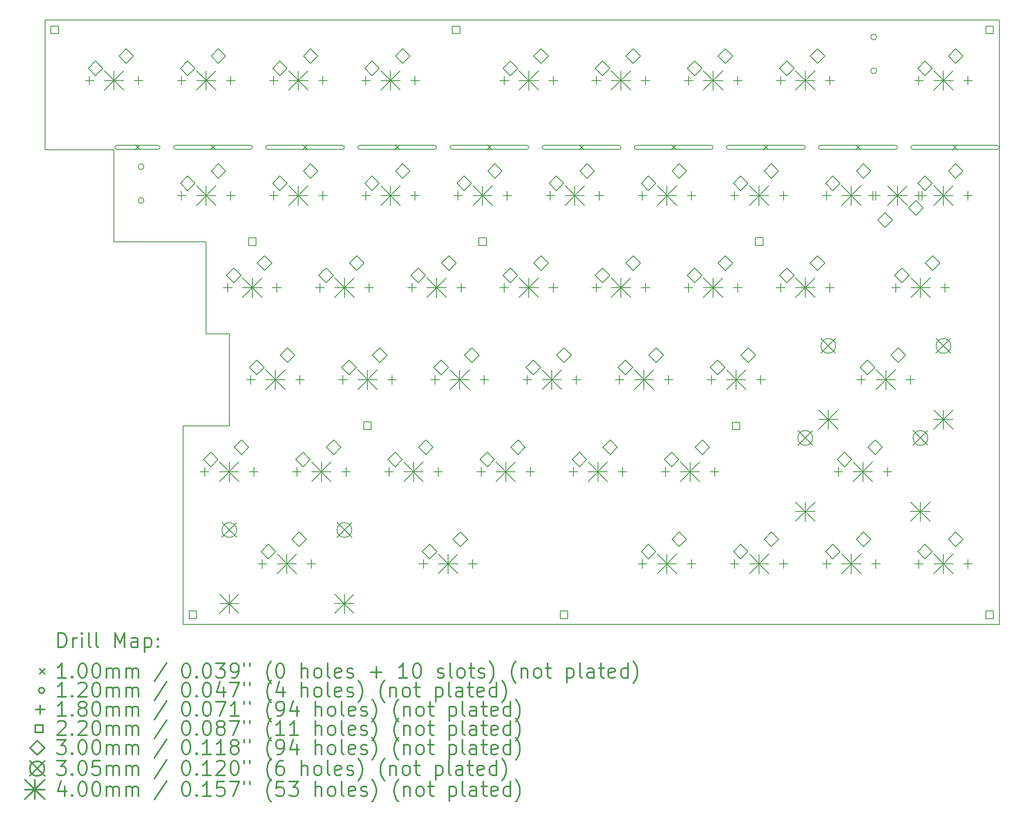
<source format=gbr>
%FSLAX45Y45*%
G04 Gerber Fmt 4.5, Leading zero omitted, Abs format (unit mm)*
G04 Created by KiCad (PCBNEW (5.0.2)-1) date 2019/02/16 22:06:02*
%MOMM*%
%LPD*%
G01*
G04 APERTURE LIST*
%ADD10C,0.150000*%
%ADD11C,0.200000*%
%ADD12C,0.300000*%
G04 APERTURE END LIST*
D10*
X18942750Y-2597000D02*
X18942750Y-5278250D01*
D11*
X22276500Y-9088250D02*
X22752750Y-9088250D01*
D10*
X22276500Y-7183250D02*
X22276500Y-9088250D01*
D11*
X21800250Y-10993000D02*
X22752750Y-10993000D01*
X18942750Y-5278250D02*
X20371500Y-5278250D01*
X18942750Y-2597000D02*
X38668000Y-2597000D01*
D10*
X20371500Y-5278250D02*
X20371500Y-7183250D01*
D11*
X21800250Y-15102000D02*
X38670000Y-15102000D01*
D10*
X21800250Y-10993250D02*
X21800250Y-15103250D01*
X38670000Y-2597000D02*
X38670000Y-15102000D01*
X22752750Y-9088250D02*
X22752750Y-10993250D01*
D11*
X20371500Y-7183250D02*
X22276500Y-7183250D01*
D11*
X33794000Y-5181000D02*
X33894000Y-5281000D01*
X33894000Y-5181000D02*
X33794000Y-5281000D01*
X33069000Y-5271000D02*
X34619000Y-5271000D01*
X33069000Y-5191000D02*
X34619000Y-5191000D01*
X34619000Y-5271000D02*
G75*
G03X34619000Y-5191000I0J40000D01*
G01*
X33069000Y-5191000D02*
G75*
G03X33069000Y-5271000I0J-40000D01*
G01*
X24269000Y-5181000D02*
X24369000Y-5281000D01*
X24369000Y-5181000D02*
X24269000Y-5281000D01*
X23544000Y-5271000D02*
X25094000Y-5271000D01*
X23544000Y-5191000D02*
X25094000Y-5191000D01*
X25094000Y-5271000D02*
G75*
G03X25094000Y-5191000I0J40000D01*
G01*
X23544000Y-5191000D02*
G75*
G03X23544000Y-5271000I0J-40000D01*
G01*
X28079000Y-5181000D02*
X28179000Y-5281000D01*
X28179000Y-5181000D02*
X28079000Y-5281000D01*
X27354000Y-5271000D02*
X28904000Y-5271000D01*
X27354000Y-5191000D02*
X28904000Y-5191000D01*
X28904000Y-5271000D02*
G75*
G03X28904000Y-5191000I0J40000D01*
G01*
X27354000Y-5191000D02*
G75*
G03X27354000Y-5271000I0J-40000D01*
G01*
X31889000Y-5181000D02*
X31989000Y-5281000D01*
X31989000Y-5181000D02*
X31889000Y-5281000D01*
X31164000Y-5271000D02*
X32714000Y-5271000D01*
X31164000Y-5191000D02*
X32714000Y-5191000D01*
X32714000Y-5271000D02*
G75*
G03X32714000Y-5191000I0J40000D01*
G01*
X31164000Y-5191000D02*
G75*
G03X31164000Y-5271000I0J-40000D01*
G01*
X22364000Y-5181000D02*
X22464000Y-5281000D01*
X22464000Y-5181000D02*
X22364000Y-5281000D01*
X21639000Y-5271000D02*
X23189000Y-5271000D01*
X21639000Y-5191000D02*
X23189000Y-5191000D01*
X23189000Y-5271000D02*
G75*
G03X23189000Y-5191000I0J40000D01*
G01*
X21639000Y-5191000D02*
G75*
G03X21639000Y-5271000I0J-40000D01*
G01*
X35699000Y-5181000D02*
X35799000Y-5281000D01*
X35799000Y-5181000D02*
X35699000Y-5281000D01*
X34974000Y-5271000D02*
X36524000Y-5271000D01*
X34974000Y-5191000D02*
X36524000Y-5191000D01*
X36524000Y-5271000D02*
G75*
G03X36524000Y-5191000I0J40000D01*
G01*
X34974000Y-5191000D02*
G75*
G03X34974000Y-5271000I0J-40000D01*
G01*
X26174000Y-5181000D02*
X26274000Y-5281000D01*
X26274000Y-5181000D02*
X26174000Y-5281000D01*
X25449000Y-5271000D02*
X26999000Y-5271000D01*
X25449000Y-5191000D02*
X26999000Y-5191000D01*
X26999000Y-5271000D02*
G75*
G03X26999000Y-5191000I0J40000D01*
G01*
X25449000Y-5191000D02*
G75*
G03X25449000Y-5271000I0J-40000D01*
G01*
X29984000Y-5181000D02*
X30084000Y-5281000D01*
X30084000Y-5181000D02*
X29984000Y-5281000D01*
X29259000Y-5271000D02*
X30809000Y-5271000D01*
X29259000Y-5191000D02*
X30809000Y-5191000D01*
X30809000Y-5271000D02*
G75*
G03X30809000Y-5191000I0J40000D01*
G01*
X29259000Y-5191000D02*
G75*
G03X29259000Y-5271000I0J-40000D01*
G01*
X37704000Y-5181000D02*
X37804000Y-5281000D01*
X37804000Y-5181000D02*
X37704000Y-5281000D01*
X36879000Y-5271000D02*
X38629000Y-5271000D01*
X36879000Y-5191000D02*
X38629000Y-5191000D01*
X38629000Y-5271000D02*
G75*
G03X38629000Y-5191000I0J40000D01*
G01*
X36879000Y-5191000D02*
G75*
G03X36879000Y-5271000I0J-40000D01*
G01*
X20805000Y-5181000D02*
X20905000Y-5281000D01*
X20905000Y-5181000D02*
X20805000Y-5281000D01*
X20428750Y-5271000D02*
X21281250Y-5271000D01*
X20428750Y-5191000D02*
X21281250Y-5191000D01*
X21281250Y-5271000D02*
G75*
G03X21281250Y-5191000I0J40000D01*
G01*
X20428750Y-5191000D02*
G75*
G03X20428750Y-5271000I0J-40000D01*
G01*
X36133000Y-2947000D02*
G75*
G03X36133000Y-2947000I-60000J0D01*
G01*
X36133000Y-3647000D02*
G75*
G03X36133000Y-3647000I-60000J0D01*
G01*
X20989000Y-5629000D02*
G75*
G03X20989000Y-5629000I-60000J0D01*
G01*
X20989000Y-6329000D02*
G75*
G03X20989000Y-6329000I-60000J0D01*
G01*
X36531750Y-8044000D02*
X36531750Y-8224000D01*
X36441750Y-8134000D02*
X36621750Y-8134000D01*
X37547750Y-8044000D02*
X37547750Y-8224000D01*
X37457750Y-8134000D02*
X37637750Y-8134000D01*
X21768000Y-3757750D02*
X21768000Y-3937750D01*
X21678000Y-3847750D02*
X21858000Y-3847750D01*
X22784000Y-3757750D02*
X22784000Y-3937750D01*
X22694000Y-3847750D02*
X22874000Y-3847750D01*
X35817390Y-9949000D02*
X35817390Y-10129000D01*
X35727390Y-10039000D02*
X35907390Y-10039000D01*
X36833390Y-9949000D02*
X36833390Y-10129000D01*
X36743390Y-10039000D02*
X36923390Y-10039000D01*
X26530500Y-8044000D02*
X26530500Y-8224000D01*
X26440500Y-8134000D02*
X26620500Y-8134000D01*
X27546500Y-8044000D02*
X27546500Y-8224000D01*
X27456500Y-8134000D02*
X27636500Y-8134000D01*
X25578000Y-3757750D02*
X25578000Y-3937750D01*
X25488000Y-3847750D02*
X25668000Y-3847750D01*
X26594000Y-3757750D02*
X26594000Y-3937750D01*
X26504000Y-3847750D02*
X26684000Y-3847750D01*
X21768000Y-6139000D02*
X21768000Y-6319000D01*
X21678000Y-6229000D02*
X21858000Y-6229000D01*
X22784000Y-6139000D02*
X22784000Y-6319000D01*
X22694000Y-6229000D02*
X22874000Y-6229000D01*
X35103000Y-13759000D02*
X35103000Y-13939000D01*
X35013000Y-13849000D02*
X35193000Y-13849000D01*
X36119000Y-13759000D02*
X36119000Y-13939000D01*
X36029000Y-13849000D02*
X36209000Y-13849000D01*
X33198000Y-13759000D02*
X33198000Y-13939000D01*
X33108000Y-13849000D02*
X33288000Y-13849000D01*
X34214000Y-13759000D02*
X34214000Y-13939000D01*
X34124000Y-13849000D02*
X34304000Y-13849000D01*
X23434750Y-13759000D02*
X23434750Y-13939000D01*
X23344750Y-13849000D02*
X23524750Y-13849000D01*
X24450750Y-13759000D02*
X24450750Y-13939000D01*
X24360750Y-13849000D02*
X24540750Y-13849000D01*
X27483000Y-6139000D02*
X27483000Y-6319000D01*
X27393000Y-6229000D02*
X27573000Y-6229000D01*
X28499000Y-6139000D02*
X28499000Y-6319000D01*
X28409000Y-6229000D02*
X28589000Y-6229000D01*
X23673000Y-3757750D02*
X23673000Y-3937750D01*
X23583000Y-3847750D02*
X23763000Y-3847750D01*
X24689000Y-3757750D02*
X24689000Y-3937750D01*
X24599000Y-3847750D02*
X24779000Y-3847750D01*
X28435500Y-3757750D02*
X28435500Y-3937750D01*
X28345500Y-3847750D02*
X28525500Y-3847750D01*
X29451500Y-3757750D02*
X29451500Y-3937750D01*
X29361500Y-3847750D02*
X29541500Y-3847750D01*
X30340500Y-8044000D02*
X30340500Y-8224000D01*
X30250500Y-8134000D02*
X30430500Y-8134000D01*
X31356500Y-8044000D02*
X31356500Y-8224000D01*
X31266500Y-8134000D02*
X31446500Y-8134000D01*
X28911750Y-9949000D02*
X28911750Y-10129000D01*
X28821750Y-10039000D02*
X29001750Y-10039000D01*
X29927750Y-9949000D02*
X29927750Y-10129000D01*
X29837750Y-10039000D02*
X30017750Y-10039000D01*
X30340500Y-3757750D02*
X30340500Y-3937750D01*
X30250500Y-3847750D02*
X30430500Y-3847750D01*
X31356500Y-3757750D02*
X31356500Y-3937750D01*
X31266500Y-3847750D02*
X31446500Y-3847750D01*
X19863000Y-3757750D02*
X19863000Y-3937750D01*
X19773000Y-3847750D02*
X19953000Y-3847750D01*
X20879000Y-3757750D02*
X20879000Y-3937750D01*
X20789000Y-3847750D02*
X20969000Y-3847750D01*
X34150500Y-8044000D02*
X34150500Y-8224000D01*
X34060500Y-8134000D02*
X34240500Y-8134000D01*
X35166500Y-8044000D02*
X35166500Y-8224000D01*
X35076500Y-8134000D02*
X35256500Y-8134000D01*
X31293000Y-6139000D02*
X31293000Y-6319000D01*
X31203000Y-6229000D02*
X31383000Y-6229000D01*
X32309000Y-6139000D02*
X32309000Y-6319000D01*
X32219000Y-6229000D02*
X32399000Y-6229000D01*
X24625500Y-8044000D02*
X24625500Y-8224000D01*
X24535500Y-8134000D02*
X24715500Y-8134000D01*
X25641500Y-8044000D02*
X25641500Y-8224000D01*
X25551500Y-8134000D02*
X25731500Y-8134000D01*
X29388000Y-6139000D02*
X29388000Y-6319000D01*
X29298000Y-6229000D02*
X29478000Y-6229000D01*
X30404000Y-6139000D02*
X30404000Y-6319000D01*
X30314000Y-6229000D02*
X30494000Y-6229000D01*
X37008000Y-13759000D02*
X37008000Y-13939000D01*
X36918000Y-13849000D02*
X37098000Y-13849000D01*
X38024000Y-13759000D02*
X38024000Y-13939000D01*
X37934000Y-13849000D02*
X38114000Y-13849000D01*
X37008000Y-6139000D02*
X37008000Y-6319000D01*
X36918000Y-6229000D02*
X37098000Y-6229000D01*
X38024000Y-6139000D02*
X38024000Y-6319000D01*
X37934000Y-6229000D02*
X38114000Y-6229000D01*
X32245500Y-3757750D02*
X32245500Y-3937750D01*
X32155500Y-3847750D02*
X32335500Y-3847750D01*
X33261500Y-3757750D02*
X33261500Y-3937750D01*
X33171500Y-3847750D02*
X33351500Y-3847750D01*
X24149250Y-11854000D02*
X24149250Y-12034000D01*
X24059250Y-11944000D02*
X24239250Y-11944000D01*
X25165250Y-11854000D02*
X25165250Y-12034000D01*
X25075250Y-11944000D02*
X25255250Y-11944000D01*
X29864250Y-11854000D02*
X29864250Y-12034000D01*
X29774250Y-11944000D02*
X29954250Y-11944000D01*
X30880250Y-11854000D02*
X30880250Y-12034000D01*
X30790250Y-11944000D02*
X30970250Y-11944000D01*
X32245500Y-8044000D02*
X32245500Y-8224000D01*
X32155500Y-8134000D02*
X32335500Y-8134000D01*
X33261500Y-8044000D02*
X33261500Y-8224000D01*
X33171500Y-8134000D02*
X33351500Y-8134000D01*
X27006750Y-9949000D02*
X27006750Y-10129000D01*
X26916750Y-10039000D02*
X27096750Y-10039000D01*
X28022750Y-9949000D02*
X28022750Y-10129000D01*
X27932750Y-10039000D02*
X28112750Y-10039000D01*
X25578000Y-6139000D02*
X25578000Y-6319000D01*
X25488000Y-6229000D02*
X25668000Y-6229000D01*
X26594000Y-6139000D02*
X26594000Y-6319000D01*
X26504000Y-6229000D02*
X26684000Y-6229000D01*
X35103000Y-6139000D02*
X35103000Y-6319000D01*
X35013000Y-6229000D02*
X35193000Y-6229000D01*
X36119000Y-6139000D02*
X36119000Y-6319000D01*
X36029000Y-6229000D02*
X36209000Y-6229000D01*
X23196750Y-9949000D02*
X23196750Y-10129000D01*
X23106750Y-10039000D02*
X23286750Y-10039000D01*
X24212750Y-9949000D02*
X24212750Y-10129000D01*
X24122750Y-10039000D02*
X24302750Y-10039000D01*
X22244250Y-11854000D02*
X22244250Y-12034000D01*
X22154250Y-11944000D02*
X22334250Y-11944000D01*
X23260250Y-11854000D02*
X23260250Y-12034000D01*
X23170250Y-11944000D02*
X23350250Y-11944000D01*
X31769250Y-11854000D02*
X31769250Y-12034000D01*
X31679250Y-11944000D02*
X31859250Y-11944000D01*
X32785250Y-11854000D02*
X32785250Y-12034000D01*
X32695250Y-11944000D02*
X32875250Y-11944000D01*
X30816750Y-9949000D02*
X30816750Y-10129000D01*
X30726750Y-10039000D02*
X30906750Y-10039000D01*
X31832750Y-9949000D02*
X31832750Y-10129000D01*
X31742750Y-10039000D02*
X31922750Y-10039000D01*
X22720500Y-8044000D02*
X22720500Y-8224000D01*
X22630500Y-8134000D02*
X22810500Y-8134000D01*
X23736500Y-8044000D02*
X23736500Y-8224000D01*
X23646500Y-8134000D02*
X23826500Y-8134000D01*
X35341250Y-11854000D02*
X35341250Y-12034000D01*
X35251250Y-11944000D02*
X35431250Y-11944000D01*
X36357250Y-11854000D02*
X36357250Y-12034000D01*
X36267250Y-11944000D02*
X36447250Y-11944000D01*
X33198000Y-6139000D02*
X33198000Y-6319000D01*
X33108000Y-6229000D02*
X33288000Y-6229000D01*
X34214000Y-6139000D02*
X34214000Y-6319000D01*
X34124000Y-6229000D02*
X34304000Y-6229000D01*
X27959250Y-11854000D02*
X27959250Y-12034000D01*
X27869250Y-11944000D02*
X28049250Y-11944000D01*
X28975250Y-11854000D02*
X28975250Y-12034000D01*
X28885250Y-11944000D02*
X29065250Y-11944000D01*
X34150500Y-3757750D02*
X34150500Y-3937750D01*
X34060500Y-3847750D02*
X34240500Y-3847750D01*
X35166500Y-3757750D02*
X35166500Y-3937750D01*
X35076500Y-3847750D02*
X35256500Y-3847750D01*
X37008000Y-3757750D02*
X37008000Y-3937750D01*
X36918000Y-3847750D02*
X37098000Y-3847750D01*
X38024000Y-3757750D02*
X38024000Y-3937750D01*
X37934000Y-3847750D02*
X38114000Y-3847750D01*
X26054250Y-11854000D02*
X26054250Y-12034000D01*
X25964250Y-11944000D02*
X26144250Y-11944000D01*
X27070250Y-11854000D02*
X27070250Y-12034000D01*
X26980250Y-11944000D02*
X27160250Y-11944000D01*
X31293000Y-13759000D02*
X31293000Y-13939000D01*
X31203000Y-13849000D02*
X31383000Y-13849000D01*
X32309000Y-13759000D02*
X32309000Y-13939000D01*
X32219000Y-13849000D02*
X32399000Y-13849000D01*
X23673000Y-6139000D02*
X23673000Y-6319000D01*
X23583000Y-6229000D02*
X23763000Y-6229000D01*
X24689000Y-6139000D02*
X24689000Y-6319000D01*
X24599000Y-6229000D02*
X24779000Y-6229000D01*
X28435500Y-8044000D02*
X28435500Y-8224000D01*
X28345500Y-8134000D02*
X28525500Y-8134000D01*
X29451500Y-8044000D02*
X29451500Y-8224000D01*
X29361500Y-8134000D02*
X29541500Y-8134000D01*
X26768500Y-13759000D02*
X26768500Y-13939000D01*
X26678500Y-13849000D02*
X26858500Y-13849000D01*
X27784500Y-13759000D02*
X27784500Y-13939000D01*
X27694500Y-13849000D02*
X27874500Y-13849000D01*
X25101750Y-9949000D02*
X25101750Y-10129000D01*
X25011750Y-10039000D02*
X25191750Y-10039000D01*
X26117750Y-9949000D02*
X26117750Y-10129000D01*
X26027750Y-10039000D02*
X26207750Y-10039000D01*
X32721750Y-9949000D02*
X32721750Y-10129000D01*
X32631750Y-10039000D02*
X32811750Y-10039000D01*
X33737750Y-9949000D02*
X33737750Y-10129000D01*
X33647750Y-10039000D02*
X33827750Y-10039000D01*
X36055500Y-6139000D02*
X36055500Y-6319000D01*
X35965500Y-6229000D02*
X36145500Y-6229000D01*
X37071500Y-6139000D02*
X37071500Y-6319000D01*
X36981500Y-6229000D02*
X37161500Y-6229000D01*
X23306782Y-7259782D02*
X23306782Y-7104217D01*
X23151217Y-7104217D01*
X23151217Y-7259782D01*
X23306782Y-7259782D01*
X38547783Y-2874782D02*
X38547783Y-2719218D01*
X38392218Y-2719218D01*
X38392218Y-2874782D01*
X38547783Y-2874782D01*
X33783783Y-7258782D02*
X33783783Y-7103217D01*
X33628218Y-7103217D01*
X33628218Y-7258782D01*
X33783783Y-7258782D01*
X38547783Y-14979782D02*
X38547783Y-14824217D01*
X38392218Y-14824217D01*
X38392218Y-14979782D01*
X38547783Y-14979782D01*
X29747782Y-14979782D02*
X29747782Y-14824217D01*
X29592217Y-14824217D01*
X29592217Y-14979782D01*
X29747782Y-14979782D01*
X19220533Y-2874782D02*
X19220533Y-2719218D01*
X19064968Y-2719218D01*
X19064968Y-2874782D01*
X19220533Y-2874782D01*
X22078783Y-14979782D02*
X22078783Y-14824217D01*
X21923218Y-14824217D01*
X21923218Y-14979782D01*
X22078783Y-14979782D01*
X25687782Y-11069783D02*
X25687782Y-10914218D01*
X25532217Y-10914218D01*
X25532217Y-11069783D01*
X25687782Y-11069783D01*
X33306782Y-11071783D02*
X33306782Y-10916218D01*
X33151217Y-10916218D01*
X33151217Y-11071783D01*
X33306782Y-11071783D01*
X27517782Y-2874782D02*
X27517782Y-2719218D01*
X27362217Y-2719218D01*
X27362217Y-2874782D01*
X27517782Y-2874782D01*
X28068782Y-7259782D02*
X28068782Y-7104217D01*
X27913217Y-7104217D01*
X27913217Y-7259782D01*
X28068782Y-7259782D01*
X24276250Y-11840000D02*
X24426250Y-11690000D01*
X24276250Y-11540000D01*
X24126250Y-11690000D01*
X24276250Y-11840000D01*
X24911250Y-11586000D02*
X25061250Y-11436000D01*
X24911250Y-11286000D01*
X24761250Y-11436000D01*
X24911250Y-11586000D01*
X29991250Y-11840000D02*
X30141250Y-11690000D01*
X29991250Y-11540000D01*
X29841250Y-11690000D01*
X29991250Y-11840000D01*
X30626250Y-11586000D02*
X30776250Y-11436000D01*
X30626250Y-11286000D01*
X30476250Y-11436000D01*
X30626250Y-11586000D01*
X32372500Y-8030000D02*
X32522500Y-7880000D01*
X32372500Y-7730000D01*
X32222500Y-7880000D01*
X32372500Y-8030000D01*
X33007500Y-7776000D02*
X33157500Y-7626000D01*
X33007500Y-7476000D01*
X32857500Y-7626000D01*
X33007500Y-7776000D01*
X27133750Y-9935000D02*
X27283750Y-9785000D01*
X27133750Y-9635000D01*
X26983750Y-9785000D01*
X27133750Y-9935000D01*
X27768750Y-9681000D02*
X27918750Y-9531000D01*
X27768750Y-9381000D01*
X27618750Y-9531000D01*
X27768750Y-9681000D01*
X25705000Y-6125000D02*
X25855000Y-5975000D01*
X25705000Y-5825000D01*
X25555000Y-5975000D01*
X25705000Y-6125000D01*
X26340000Y-5871000D02*
X26490000Y-5721000D01*
X26340000Y-5571000D01*
X26190000Y-5721000D01*
X26340000Y-5871000D01*
X35230000Y-6125000D02*
X35380000Y-5975000D01*
X35230000Y-5825000D01*
X35080000Y-5975000D01*
X35230000Y-6125000D01*
X35865000Y-5871000D02*
X36015000Y-5721000D01*
X35865000Y-5571000D01*
X35715000Y-5721000D01*
X35865000Y-5871000D01*
X23323750Y-9935000D02*
X23473750Y-9785000D01*
X23323750Y-9635000D01*
X23173750Y-9785000D01*
X23323750Y-9935000D01*
X23958750Y-9681000D02*
X24108750Y-9531000D01*
X23958750Y-9381000D01*
X23808750Y-9531000D01*
X23958750Y-9681000D01*
X22371250Y-11840000D02*
X22521250Y-11690000D01*
X22371250Y-11540000D01*
X22221250Y-11690000D01*
X22371250Y-11840000D01*
X23006250Y-11586000D02*
X23156250Y-11436000D01*
X23006250Y-11286000D01*
X22856250Y-11436000D01*
X23006250Y-11586000D01*
X31896250Y-11840000D02*
X32046250Y-11690000D01*
X31896250Y-11540000D01*
X31746250Y-11690000D01*
X31896250Y-11840000D01*
X32531250Y-11586000D02*
X32681250Y-11436000D01*
X32531250Y-11286000D01*
X32381250Y-11436000D01*
X32531250Y-11586000D01*
X30943750Y-9935000D02*
X31093750Y-9785000D01*
X30943750Y-9635000D01*
X30793750Y-9785000D01*
X30943750Y-9935000D01*
X31578750Y-9681000D02*
X31728750Y-9531000D01*
X31578750Y-9381000D01*
X31428750Y-9531000D01*
X31578750Y-9681000D01*
X22847500Y-8030000D02*
X22997500Y-7880000D01*
X22847500Y-7730000D01*
X22697500Y-7880000D01*
X22847500Y-8030000D01*
X23482500Y-7776000D02*
X23632500Y-7626000D01*
X23482500Y-7476000D01*
X23332500Y-7626000D01*
X23482500Y-7776000D01*
X35468250Y-11840000D02*
X35618250Y-11690000D01*
X35468250Y-11540000D01*
X35318250Y-11690000D01*
X35468250Y-11840000D01*
X36103250Y-11586000D02*
X36253250Y-11436000D01*
X36103250Y-11286000D01*
X35953250Y-11436000D01*
X36103250Y-11586000D01*
X33325000Y-6125000D02*
X33475000Y-5975000D01*
X33325000Y-5825000D01*
X33175000Y-5975000D01*
X33325000Y-6125000D01*
X33960000Y-5871000D02*
X34110000Y-5721000D01*
X33960000Y-5571000D01*
X33810000Y-5721000D01*
X33960000Y-5871000D01*
X28086250Y-11840000D02*
X28236250Y-11690000D01*
X28086250Y-11540000D01*
X27936250Y-11690000D01*
X28086250Y-11840000D01*
X28721250Y-11586000D02*
X28871250Y-11436000D01*
X28721250Y-11286000D01*
X28571250Y-11436000D01*
X28721250Y-11586000D01*
X34277500Y-3743750D02*
X34427500Y-3593750D01*
X34277500Y-3443750D01*
X34127500Y-3593750D01*
X34277500Y-3743750D01*
X34912500Y-3489750D02*
X35062500Y-3339750D01*
X34912500Y-3189750D01*
X34762500Y-3339750D01*
X34912500Y-3489750D01*
X37135000Y-3743750D02*
X37285000Y-3593750D01*
X37135000Y-3443750D01*
X36985000Y-3593750D01*
X37135000Y-3743750D01*
X37770000Y-3489750D02*
X37920000Y-3339750D01*
X37770000Y-3189750D01*
X37620000Y-3339750D01*
X37770000Y-3489750D01*
X26181250Y-11840000D02*
X26331250Y-11690000D01*
X26181250Y-11540000D01*
X26031250Y-11690000D01*
X26181250Y-11840000D01*
X26816250Y-11586000D02*
X26966250Y-11436000D01*
X26816250Y-11286000D01*
X26666250Y-11436000D01*
X26816250Y-11586000D01*
X31420000Y-13745000D02*
X31570000Y-13595000D01*
X31420000Y-13445000D01*
X31270000Y-13595000D01*
X31420000Y-13745000D01*
X32055000Y-13491000D02*
X32205000Y-13341000D01*
X32055000Y-13191000D01*
X31905000Y-13341000D01*
X32055000Y-13491000D01*
X23800000Y-6125000D02*
X23950000Y-5975000D01*
X23800000Y-5825000D01*
X23650000Y-5975000D01*
X23800000Y-6125000D01*
X24435000Y-5871000D02*
X24585000Y-5721000D01*
X24435000Y-5571000D01*
X24285000Y-5721000D01*
X24435000Y-5871000D01*
X28562500Y-8030000D02*
X28712500Y-7880000D01*
X28562500Y-7730000D01*
X28412500Y-7880000D01*
X28562500Y-8030000D01*
X29197500Y-7776000D02*
X29347500Y-7626000D01*
X29197500Y-7476000D01*
X29047500Y-7626000D01*
X29197500Y-7776000D01*
X26895500Y-13745000D02*
X27045500Y-13595000D01*
X26895500Y-13445000D01*
X26745500Y-13595000D01*
X26895500Y-13745000D01*
X27530500Y-13491000D02*
X27680500Y-13341000D01*
X27530500Y-13191000D01*
X27380500Y-13341000D01*
X27530500Y-13491000D01*
X25228750Y-9935000D02*
X25378750Y-9785000D01*
X25228750Y-9635000D01*
X25078750Y-9785000D01*
X25228750Y-9935000D01*
X25863750Y-9681000D02*
X26013750Y-9531000D01*
X25863750Y-9381000D01*
X25713750Y-9531000D01*
X25863750Y-9681000D01*
X32848750Y-9935000D02*
X32998750Y-9785000D01*
X32848750Y-9635000D01*
X32698750Y-9785000D01*
X32848750Y-9935000D01*
X33483750Y-9681000D02*
X33633750Y-9531000D01*
X33483750Y-9381000D01*
X33333750Y-9531000D01*
X33483750Y-9681000D01*
X36309500Y-6887000D02*
X36459500Y-6737000D01*
X36309500Y-6587000D01*
X36159500Y-6737000D01*
X36309500Y-6887000D01*
X36944500Y-6633000D02*
X37094500Y-6483000D01*
X36944500Y-6333000D01*
X36794500Y-6483000D01*
X36944500Y-6633000D01*
X36658750Y-8030000D02*
X36808750Y-7880000D01*
X36658750Y-7730000D01*
X36508750Y-7880000D01*
X36658750Y-8030000D01*
X37293750Y-7776000D02*
X37443750Y-7626000D01*
X37293750Y-7476000D01*
X37143750Y-7626000D01*
X37293750Y-7776000D01*
X21895000Y-3743750D02*
X22045000Y-3593750D01*
X21895000Y-3443750D01*
X21745000Y-3593750D01*
X21895000Y-3743750D01*
X22530000Y-3489750D02*
X22680000Y-3339750D01*
X22530000Y-3189750D01*
X22380000Y-3339750D01*
X22530000Y-3489750D01*
X35944390Y-9935000D02*
X36094390Y-9785000D01*
X35944390Y-9635000D01*
X35794390Y-9785000D01*
X35944390Y-9935000D01*
X36579390Y-9681000D02*
X36729390Y-9531000D01*
X36579390Y-9381000D01*
X36429390Y-9531000D01*
X36579390Y-9681000D01*
X26657500Y-8030000D02*
X26807500Y-7880000D01*
X26657500Y-7730000D01*
X26507500Y-7880000D01*
X26657500Y-8030000D01*
X27292500Y-7776000D02*
X27442500Y-7626000D01*
X27292500Y-7476000D01*
X27142500Y-7626000D01*
X27292500Y-7776000D01*
X25705000Y-3743750D02*
X25855000Y-3593750D01*
X25705000Y-3443750D01*
X25555000Y-3593750D01*
X25705000Y-3743750D01*
X26340000Y-3489750D02*
X26490000Y-3339750D01*
X26340000Y-3189750D01*
X26190000Y-3339750D01*
X26340000Y-3489750D01*
X21895000Y-6125000D02*
X22045000Y-5975000D01*
X21895000Y-5825000D01*
X21745000Y-5975000D01*
X21895000Y-6125000D01*
X22530000Y-5871000D02*
X22680000Y-5721000D01*
X22530000Y-5571000D01*
X22380000Y-5721000D01*
X22530000Y-5871000D01*
X35230000Y-13745000D02*
X35380000Y-13595000D01*
X35230000Y-13445000D01*
X35080000Y-13595000D01*
X35230000Y-13745000D01*
X35865000Y-13491000D02*
X36015000Y-13341000D01*
X35865000Y-13191000D01*
X35715000Y-13341000D01*
X35865000Y-13491000D01*
X33325000Y-13745000D02*
X33475000Y-13595000D01*
X33325000Y-13445000D01*
X33175000Y-13595000D01*
X33325000Y-13745000D01*
X33960000Y-13491000D02*
X34110000Y-13341000D01*
X33960000Y-13191000D01*
X33810000Y-13341000D01*
X33960000Y-13491000D01*
X23561750Y-13745000D02*
X23711750Y-13595000D01*
X23561750Y-13445000D01*
X23411750Y-13595000D01*
X23561750Y-13745000D01*
X24196750Y-13491000D02*
X24346750Y-13341000D01*
X24196750Y-13191000D01*
X24046750Y-13341000D01*
X24196750Y-13491000D01*
X27610000Y-6125000D02*
X27760000Y-5975000D01*
X27610000Y-5825000D01*
X27460000Y-5975000D01*
X27610000Y-6125000D01*
X28245000Y-5871000D02*
X28395000Y-5721000D01*
X28245000Y-5571000D01*
X28095000Y-5721000D01*
X28245000Y-5871000D01*
X23800000Y-3743750D02*
X23950000Y-3593750D01*
X23800000Y-3443750D01*
X23650000Y-3593750D01*
X23800000Y-3743750D01*
X24435000Y-3489750D02*
X24585000Y-3339750D01*
X24435000Y-3189750D01*
X24285000Y-3339750D01*
X24435000Y-3489750D01*
X28562500Y-3743750D02*
X28712500Y-3593750D01*
X28562500Y-3443750D01*
X28412500Y-3593750D01*
X28562500Y-3743750D01*
X29197500Y-3489750D02*
X29347500Y-3339750D01*
X29197500Y-3189750D01*
X29047500Y-3339750D01*
X29197500Y-3489750D01*
X30467500Y-8030000D02*
X30617500Y-7880000D01*
X30467500Y-7730000D01*
X30317500Y-7880000D01*
X30467500Y-8030000D01*
X31102500Y-7776000D02*
X31252500Y-7626000D01*
X31102500Y-7476000D01*
X30952500Y-7626000D01*
X31102500Y-7776000D01*
X29038750Y-9935000D02*
X29188750Y-9785000D01*
X29038750Y-9635000D01*
X28888750Y-9785000D01*
X29038750Y-9935000D01*
X29673750Y-9681000D02*
X29823750Y-9531000D01*
X29673750Y-9381000D01*
X29523750Y-9531000D01*
X29673750Y-9681000D01*
X30467500Y-3743750D02*
X30617500Y-3593750D01*
X30467500Y-3443750D01*
X30317500Y-3593750D01*
X30467500Y-3743750D01*
X31102500Y-3489750D02*
X31252500Y-3339750D01*
X31102500Y-3189750D01*
X30952500Y-3339750D01*
X31102500Y-3489750D01*
X19990000Y-3743750D02*
X20140000Y-3593750D01*
X19990000Y-3443750D01*
X19840000Y-3593750D01*
X19990000Y-3743750D01*
X20625000Y-3489750D02*
X20775000Y-3339750D01*
X20625000Y-3189750D01*
X20475000Y-3339750D01*
X20625000Y-3489750D01*
X34277500Y-8030000D02*
X34427500Y-7880000D01*
X34277500Y-7730000D01*
X34127500Y-7880000D01*
X34277500Y-8030000D01*
X34912500Y-7776000D02*
X35062500Y-7626000D01*
X34912500Y-7476000D01*
X34762500Y-7626000D01*
X34912500Y-7776000D01*
X31420000Y-6125000D02*
X31570000Y-5975000D01*
X31420000Y-5825000D01*
X31270000Y-5975000D01*
X31420000Y-6125000D01*
X32055000Y-5871000D02*
X32205000Y-5721000D01*
X32055000Y-5571000D01*
X31905000Y-5721000D01*
X32055000Y-5871000D01*
X24752500Y-8030000D02*
X24902500Y-7880000D01*
X24752500Y-7730000D01*
X24602500Y-7880000D01*
X24752500Y-8030000D01*
X25387500Y-7776000D02*
X25537500Y-7626000D01*
X25387500Y-7476000D01*
X25237500Y-7626000D01*
X25387500Y-7776000D01*
X29515000Y-6125000D02*
X29665000Y-5975000D01*
X29515000Y-5825000D01*
X29365000Y-5975000D01*
X29515000Y-6125000D01*
X30150000Y-5871000D02*
X30300000Y-5721000D01*
X30150000Y-5571000D01*
X30000000Y-5721000D01*
X30150000Y-5871000D01*
X37135000Y-13745000D02*
X37285000Y-13595000D01*
X37135000Y-13445000D01*
X36985000Y-13595000D01*
X37135000Y-13745000D01*
X37770000Y-13491000D02*
X37920000Y-13341000D01*
X37770000Y-13191000D01*
X37620000Y-13341000D01*
X37770000Y-13491000D01*
X37135000Y-6125000D02*
X37285000Y-5975000D01*
X37135000Y-5825000D01*
X36985000Y-5975000D01*
X37135000Y-6125000D01*
X37770000Y-5871000D02*
X37920000Y-5721000D01*
X37770000Y-5571000D01*
X37620000Y-5721000D01*
X37770000Y-5871000D01*
X32372500Y-3743750D02*
X32522500Y-3593750D01*
X32372500Y-3443750D01*
X32222500Y-3593750D01*
X32372500Y-3743750D01*
X33007500Y-3489750D02*
X33157500Y-3339750D01*
X33007500Y-3189750D01*
X32857500Y-3339750D01*
X33007500Y-3489750D01*
X34506750Y-11091500D02*
X34811750Y-11396500D01*
X34811750Y-11091500D02*
X34506750Y-11396500D01*
X34811750Y-11244000D02*
G75*
G03X34811750Y-11244000I-152500J0D01*
G01*
X36886750Y-11091500D02*
X37191750Y-11396500D01*
X37191750Y-11091500D02*
X36886750Y-11396500D01*
X37191750Y-11244000D02*
G75*
G03X37191750Y-11244000I-152500J0D01*
G01*
X34982890Y-9186500D02*
X35287890Y-9491500D01*
X35287890Y-9186500D02*
X34982890Y-9491500D01*
X35287890Y-9339000D02*
G75*
G03X35287890Y-9339000I-152500J0D01*
G01*
X37362890Y-9186500D02*
X37667890Y-9491500D01*
X37667890Y-9186500D02*
X37362890Y-9491500D01*
X37667890Y-9339000D02*
G75*
G03X37667890Y-9339000I-152500J0D01*
G01*
X22600250Y-12996500D02*
X22905250Y-13301500D01*
X22905250Y-12996500D02*
X22600250Y-13301500D01*
X22905250Y-13149000D02*
G75*
G03X22905250Y-13149000I-152500J0D01*
G01*
X24980250Y-12996500D02*
X25285250Y-13301500D01*
X25285250Y-12996500D02*
X24980250Y-13301500D01*
X25285250Y-13149000D02*
G75*
G03X25285250Y-13149000I-152500J0D01*
G01*
X23504750Y-9839000D02*
X23904750Y-10239000D01*
X23904750Y-9839000D02*
X23504750Y-10239000D01*
X23704750Y-9839000D02*
X23704750Y-10239000D01*
X23504750Y-10039000D02*
X23904750Y-10039000D01*
X22552250Y-11744000D02*
X22952250Y-12144000D01*
X22952250Y-11744000D02*
X22552250Y-12144000D01*
X22752250Y-11744000D02*
X22752250Y-12144000D01*
X22552250Y-11944000D02*
X22952250Y-11944000D01*
X32077250Y-11744000D02*
X32477250Y-12144000D01*
X32477250Y-11744000D02*
X32077250Y-12144000D01*
X32277250Y-11744000D02*
X32277250Y-12144000D01*
X32077250Y-11944000D02*
X32477250Y-11944000D01*
X31124750Y-9839000D02*
X31524750Y-10239000D01*
X31524750Y-9839000D02*
X31124750Y-10239000D01*
X31324750Y-9839000D02*
X31324750Y-10239000D01*
X31124750Y-10039000D02*
X31524750Y-10039000D01*
X23028500Y-7934000D02*
X23428500Y-8334000D01*
X23428500Y-7934000D02*
X23028500Y-8334000D01*
X23228500Y-7934000D02*
X23228500Y-8334000D01*
X23028500Y-8134000D02*
X23428500Y-8134000D01*
X34459250Y-12568000D02*
X34859250Y-12968000D01*
X34859250Y-12568000D02*
X34459250Y-12968000D01*
X34659250Y-12568000D02*
X34659250Y-12968000D01*
X34459250Y-12768000D02*
X34859250Y-12768000D01*
X35649250Y-11744000D02*
X36049250Y-12144000D01*
X36049250Y-11744000D02*
X35649250Y-12144000D01*
X35849250Y-11744000D02*
X35849250Y-12144000D01*
X35649250Y-11944000D02*
X36049250Y-11944000D01*
X36839250Y-12568000D02*
X37239250Y-12968000D01*
X37239250Y-12568000D02*
X36839250Y-12968000D01*
X37039250Y-12568000D02*
X37039250Y-12968000D01*
X36839250Y-12768000D02*
X37239250Y-12768000D01*
X33506000Y-6029000D02*
X33906000Y-6429000D01*
X33906000Y-6029000D02*
X33506000Y-6429000D01*
X33706000Y-6029000D02*
X33706000Y-6429000D01*
X33506000Y-6229000D02*
X33906000Y-6229000D01*
X28267250Y-11744000D02*
X28667250Y-12144000D01*
X28667250Y-11744000D02*
X28267250Y-12144000D01*
X28467250Y-11744000D02*
X28467250Y-12144000D01*
X28267250Y-11944000D02*
X28667250Y-11944000D01*
X34458500Y-3647750D02*
X34858500Y-4047750D01*
X34858500Y-3647750D02*
X34458500Y-4047750D01*
X34658500Y-3647750D02*
X34658500Y-4047750D01*
X34458500Y-3847750D02*
X34858500Y-3847750D01*
X37316000Y-3647750D02*
X37716000Y-4047750D01*
X37716000Y-3647750D02*
X37316000Y-4047750D01*
X37516000Y-3647750D02*
X37516000Y-4047750D01*
X37316000Y-3847750D02*
X37716000Y-3847750D01*
X26362250Y-11744000D02*
X26762250Y-12144000D01*
X26762250Y-11744000D02*
X26362250Y-12144000D01*
X26562250Y-11744000D02*
X26562250Y-12144000D01*
X26362250Y-11944000D02*
X26762250Y-11944000D01*
X31601000Y-13649000D02*
X32001000Y-14049000D01*
X32001000Y-13649000D02*
X31601000Y-14049000D01*
X31801000Y-13649000D02*
X31801000Y-14049000D01*
X31601000Y-13849000D02*
X32001000Y-13849000D01*
X23981000Y-6029000D02*
X24381000Y-6429000D01*
X24381000Y-6029000D02*
X23981000Y-6429000D01*
X24181000Y-6029000D02*
X24181000Y-6429000D01*
X23981000Y-6229000D02*
X24381000Y-6229000D01*
X28743500Y-7934000D02*
X29143500Y-8334000D01*
X29143500Y-7934000D02*
X28743500Y-8334000D01*
X28943500Y-7934000D02*
X28943500Y-8334000D01*
X28743500Y-8134000D02*
X29143500Y-8134000D01*
X27076500Y-13649000D02*
X27476500Y-14049000D01*
X27476500Y-13649000D02*
X27076500Y-14049000D01*
X27276500Y-13649000D02*
X27276500Y-14049000D01*
X27076500Y-13849000D02*
X27476500Y-13849000D01*
X25409750Y-9839000D02*
X25809750Y-10239000D01*
X25809750Y-9839000D02*
X25409750Y-10239000D01*
X25609750Y-9839000D02*
X25609750Y-10239000D01*
X25409750Y-10039000D02*
X25809750Y-10039000D01*
X33029750Y-9839000D02*
X33429750Y-10239000D01*
X33429750Y-9839000D02*
X33029750Y-10239000D01*
X33229750Y-9839000D02*
X33229750Y-10239000D01*
X33029750Y-10039000D02*
X33429750Y-10039000D01*
X36363500Y-6029000D02*
X36763500Y-6429000D01*
X36763500Y-6029000D02*
X36363500Y-6429000D01*
X36563500Y-6029000D02*
X36563500Y-6429000D01*
X36363500Y-6229000D02*
X36763500Y-6229000D01*
X36839750Y-7934000D02*
X37239750Y-8334000D01*
X37239750Y-7934000D02*
X36839750Y-8334000D01*
X37039750Y-7934000D02*
X37039750Y-8334000D01*
X36839750Y-8134000D02*
X37239750Y-8134000D01*
X22076000Y-3647750D02*
X22476000Y-4047750D01*
X22476000Y-3647750D02*
X22076000Y-4047750D01*
X22276000Y-3647750D02*
X22276000Y-4047750D01*
X22076000Y-3847750D02*
X22476000Y-3847750D01*
X34935390Y-10663000D02*
X35335390Y-11063000D01*
X35335390Y-10663000D02*
X34935390Y-11063000D01*
X35135390Y-10663000D02*
X35135390Y-11063000D01*
X34935390Y-10863000D02*
X35335390Y-10863000D01*
X36125390Y-9839000D02*
X36525390Y-10239000D01*
X36525390Y-9839000D02*
X36125390Y-10239000D01*
X36325390Y-9839000D02*
X36325390Y-10239000D01*
X36125390Y-10039000D02*
X36525390Y-10039000D01*
X37315390Y-10663000D02*
X37715390Y-11063000D01*
X37715390Y-10663000D02*
X37315390Y-11063000D01*
X37515390Y-10663000D02*
X37515390Y-11063000D01*
X37315390Y-10863000D02*
X37715390Y-10863000D01*
X26838500Y-7934000D02*
X27238500Y-8334000D01*
X27238500Y-7934000D02*
X26838500Y-8334000D01*
X27038500Y-7934000D02*
X27038500Y-8334000D01*
X26838500Y-8134000D02*
X27238500Y-8134000D01*
X25886000Y-3647750D02*
X26286000Y-4047750D01*
X26286000Y-3647750D02*
X25886000Y-4047750D01*
X26086000Y-3647750D02*
X26086000Y-4047750D01*
X25886000Y-3847750D02*
X26286000Y-3847750D01*
X22076000Y-6029000D02*
X22476000Y-6429000D01*
X22476000Y-6029000D02*
X22076000Y-6429000D01*
X22276000Y-6029000D02*
X22276000Y-6429000D01*
X22076000Y-6229000D02*
X22476000Y-6229000D01*
X35411000Y-13649000D02*
X35811000Y-14049000D01*
X35811000Y-13649000D02*
X35411000Y-14049000D01*
X35611000Y-13649000D02*
X35611000Y-14049000D01*
X35411000Y-13849000D02*
X35811000Y-13849000D01*
X33506000Y-13649000D02*
X33906000Y-14049000D01*
X33906000Y-13649000D02*
X33506000Y-14049000D01*
X33706000Y-13649000D02*
X33706000Y-14049000D01*
X33506000Y-13849000D02*
X33906000Y-13849000D01*
X22552750Y-14473000D02*
X22952750Y-14873000D01*
X22952750Y-14473000D02*
X22552750Y-14873000D01*
X22752750Y-14473000D02*
X22752750Y-14873000D01*
X22552750Y-14673000D02*
X22952750Y-14673000D01*
X23742750Y-13649000D02*
X24142750Y-14049000D01*
X24142750Y-13649000D02*
X23742750Y-14049000D01*
X23942750Y-13649000D02*
X23942750Y-14049000D01*
X23742750Y-13849000D02*
X24142750Y-13849000D01*
X24932750Y-14473000D02*
X25332750Y-14873000D01*
X25332750Y-14473000D02*
X24932750Y-14873000D01*
X25132750Y-14473000D02*
X25132750Y-14873000D01*
X24932750Y-14673000D02*
X25332750Y-14673000D01*
X27791000Y-6029000D02*
X28191000Y-6429000D01*
X28191000Y-6029000D02*
X27791000Y-6429000D01*
X27991000Y-6029000D02*
X27991000Y-6429000D01*
X27791000Y-6229000D02*
X28191000Y-6229000D01*
X23981000Y-3647750D02*
X24381000Y-4047750D01*
X24381000Y-3647750D02*
X23981000Y-4047750D01*
X24181000Y-3647750D02*
X24181000Y-4047750D01*
X23981000Y-3847750D02*
X24381000Y-3847750D01*
X28743500Y-3647750D02*
X29143500Y-4047750D01*
X29143500Y-3647750D02*
X28743500Y-4047750D01*
X28943500Y-3647750D02*
X28943500Y-4047750D01*
X28743500Y-3847750D02*
X29143500Y-3847750D01*
X30648500Y-7934000D02*
X31048500Y-8334000D01*
X31048500Y-7934000D02*
X30648500Y-8334000D01*
X30848500Y-7934000D02*
X30848500Y-8334000D01*
X30648500Y-8134000D02*
X31048500Y-8134000D01*
X29219750Y-9839000D02*
X29619750Y-10239000D01*
X29619750Y-9839000D02*
X29219750Y-10239000D01*
X29419750Y-9839000D02*
X29419750Y-10239000D01*
X29219750Y-10039000D02*
X29619750Y-10039000D01*
X30648500Y-3647750D02*
X31048500Y-4047750D01*
X31048500Y-3647750D02*
X30648500Y-4047750D01*
X30848500Y-3647750D02*
X30848500Y-4047750D01*
X30648500Y-3847750D02*
X31048500Y-3847750D01*
X20171000Y-3647750D02*
X20571000Y-4047750D01*
X20571000Y-3647750D02*
X20171000Y-4047750D01*
X20371000Y-3647750D02*
X20371000Y-4047750D01*
X20171000Y-3847750D02*
X20571000Y-3847750D01*
X34458500Y-7934000D02*
X34858500Y-8334000D01*
X34858500Y-7934000D02*
X34458500Y-8334000D01*
X34658500Y-7934000D02*
X34658500Y-8334000D01*
X34458500Y-8134000D02*
X34858500Y-8134000D01*
X31601000Y-6029000D02*
X32001000Y-6429000D01*
X32001000Y-6029000D02*
X31601000Y-6429000D01*
X31801000Y-6029000D02*
X31801000Y-6429000D01*
X31601000Y-6229000D02*
X32001000Y-6229000D01*
X24933500Y-7934000D02*
X25333500Y-8334000D01*
X25333500Y-7934000D02*
X24933500Y-8334000D01*
X25133500Y-7934000D02*
X25133500Y-8334000D01*
X24933500Y-8134000D02*
X25333500Y-8134000D01*
X29696000Y-6029000D02*
X30096000Y-6429000D01*
X30096000Y-6029000D02*
X29696000Y-6429000D01*
X29896000Y-6029000D02*
X29896000Y-6429000D01*
X29696000Y-6229000D02*
X30096000Y-6229000D01*
X37316000Y-13649000D02*
X37716000Y-14049000D01*
X37716000Y-13649000D02*
X37316000Y-14049000D01*
X37516000Y-13649000D02*
X37516000Y-14049000D01*
X37316000Y-13849000D02*
X37716000Y-13849000D01*
X37316000Y-6029000D02*
X37716000Y-6429000D01*
X37716000Y-6029000D02*
X37316000Y-6429000D01*
X37516000Y-6029000D02*
X37516000Y-6429000D01*
X37316000Y-6229000D02*
X37716000Y-6229000D01*
X32553500Y-3647750D02*
X32953500Y-4047750D01*
X32953500Y-3647750D02*
X32553500Y-4047750D01*
X32753500Y-3647750D02*
X32753500Y-4047750D01*
X32553500Y-3847750D02*
X32953500Y-3847750D01*
X24457250Y-11744000D02*
X24857250Y-12144000D01*
X24857250Y-11744000D02*
X24457250Y-12144000D01*
X24657250Y-11744000D02*
X24657250Y-12144000D01*
X24457250Y-11944000D02*
X24857250Y-11944000D01*
X30172250Y-11744000D02*
X30572250Y-12144000D01*
X30572250Y-11744000D02*
X30172250Y-12144000D01*
X30372250Y-11744000D02*
X30372250Y-12144000D01*
X30172250Y-11944000D02*
X30572250Y-11944000D01*
X32553500Y-7934000D02*
X32953500Y-8334000D01*
X32953500Y-7934000D02*
X32553500Y-8334000D01*
X32753500Y-7934000D02*
X32753500Y-8334000D01*
X32553500Y-8134000D02*
X32953500Y-8134000D01*
X27314750Y-9839000D02*
X27714750Y-10239000D01*
X27714750Y-9839000D02*
X27314750Y-10239000D01*
X27514750Y-9839000D02*
X27514750Y-10239000D01*
X27314750Y-10039000D02*
X27714750Y-10039000D01*
X25886000Y-6029000D02*
X26286000Y-6429000D01*
X26286000Y-6029000D02*
X25886000Y-6429000D01*
X26086000Y-6029000D02*
X26086000Y-6429000D01*
X25886000Y-6229000D02*
X26286000Y-6229000D01*
X35411000Y-6029000D02*
X35811000Y-6429000D01*
X35811000Y-6029000D02*
X35411000Y-6429000D01*
X35611000Y-6029000D02*
X35611000Y-6429000D01*
X35411000Y-6229000D02*
X35811000Y-6229000D01*
D12*
X19219178Y-15577714D02*
X19219178Y-15277714D01*
X19290607Y-15277714D01*
X19333464Y-15292000D01*
X19362036Y-15320571D01*
X19376321Y-15349143D01*
X19390607Y-15406286D01*
X19390607Y-15449143D01*
X19376321Y-15506286D01*
X19362036Y-15534857D01*
X19333464Y-15563429D01*
X19290607Y-15577714D01*
X19219178Y-15577714D01*
X19519178Y-15577714D02*
X19519178Y-15377714D01*
X19519178Y-15434857D02*
X19533464Y-15406286D01*
X19547750Y-15392000D01*
X19576321Y-15377714D01*
X19604893Y-15377714D01*
X19704893Y-15577714D02*
X19704893Y-15377714D01*
X19704893Y-15277714D02*
X19690607Y-15292000D01*
X19704893Y-15306286D01*
X19719178Y-15292000D01*
X19704893Y-15277714D01*
X19704893Y-15306286D01*
X19890607Y-15577714D02*
X19862036Y-15563429D01*
X19847750Y-15534857D01*
X19847750Y-15277714D01*
X20047750Y-15577714D02*
X20019178Y-15563429D01*
X20004893Y-15534857D01*
X20004893Y-15277714D01*
X20390607Y-15577714D02*
X20390607Y-15277714D01*
X20490607Y-15492000D01*
X20590607Y-15277714D01*
X20590607Y-15577714D01*
X20862036Y-15577714D02*
X20862036Y-15420571D01*
X20847750Y-15392000D01*
X20819178Y-15377714D01*
X20762036Y-15377714D01*
X20733464Y-15392000D01*
X20862036Y-15563429D02*
X20833464Y-15577714D01*
X20762036Y-15577714D01*
X20733464Y-15563429D01*
X20719178Y-15534857D01*
X20719178Y-15506286D01*
X20733464Y-15477714D01*
X20762036Y-15463429D01*
X20833464Y-15463429D01*
X20862036Y-15449143D01*
X21004893Y-15377714D02*
X21004893Y-15677714D01*
X21004893Y-15392000D02*
X21033464Y-15377714D01*
X21090607Y-15377714D01*
X21119178Y-15392000D01*
X21133464Y-15406286D01*
X21147750Y-15434857D01*
X21147750Y-15520571D01*
X21133464Y-15549143D01*
X21119178Y-15563429D01*
X21090607Y-15577714D01*
X21033464Y-15577714D01*
X21004893Y-15563429D01*
X21276321Y-15549143D02*
X21290607Y-15563429D01*
X21276321Y-15577714D01*
X21262036Y-15563429D01*
X21276321Y-15549143D01*
X21276321Y-15577714D01*
X21276321Y-15392000D02*
X21290607Y-15406286D01*
X21276321Y-15420571D01*
X21262036Y-15406286D01*
X21276321Y-15392000D01*
X21276321Y-15420571D01*
X18832750Y-16022000D02*
X18932750Y-16122000D01*
X18932750Y-16022000D02*
X18832750Y-16122000D01*
X19376321Y-16207714D02*
X19204893Y-16207714D01*
X19290607Y-16207714D02*
X19290607Y-15907714D01*
X19262036Y-15950571D01*
X19233464Y-15979143D01*
X19204893Y-15993429D01*
X19504893Y-16179143D02*
X19519178Y-16193429D01*
X19504893Y-16207714D01*
X19490607Y-16193429D01*
X19504893Y-16179143D01*
X19504893Y-16207714D01*
X19704893Y-15907714D02*
X19733464Y-15907714D01*
X19762036Y-15922000D01*
X19776321Y-15936286D01*
X19790607Y-15964857D01*
X19804893Y-16022000D01*
X19804893Y-16093429D01*
X19790607Y-16150571D01*
X19776321Y-16179143D01*
X19762036Y-16193429D01*
X19733464Y-16207714D01*
X19704893Y-16207714D01*
X19676321Y-16193429D01*
X19662036Y-16179143D01*
X19647750Y-16150571D01*
X19633464Y-16093429D01*
X19633464Y-16022000D01*
X19647750Y-15964857D01*
X19662036Y-15936286D01*
X19676321Y-15922000D01*
X19704893Y-15907714D01*
X19990607Y-15907714D02*
X20019178Y-15907714D01*
X20047750Y-15922000D01*
X20062036Y-15936286D01*
X20076321Y-15964857D01*
X20090607Y-16022000D01*
X20090607Y-16093429D01*
X20076321Y-16150571D01*
X20062036Y-16179143D01*
X20047750Y-16193429D01*
X20019178Y-16207714D01*
X19990607Y-16207714D01*
X19962036Y-16193429D01*
X19947750Y-16179143D01*
X19933464Y-16150571D01*
X19919178Y-16093429D01*
X19919178Y-16022000D01*
X19933464Y-15964857D01*
X19947750Y-15936286D01*
X19962036Y-15922000D01*
X19990607Y-15907714D01*
X20219178Y-16207714D02*
X20219178Y-16007714D01*
X20219178Y-16036286D02*
X20233464Y-16022000D01*
X20262036Y-16007714D01*
X20304893Y-16007714D01*
X20333464Y-16022000D01*
X20347750Y-16050571D01*
X20347750Y-16207714D01*
X20347750Y-16050571D02*
X20362036Y-16022000D01*
X20390607Y-16007714D01*
X20433464Y-16007714D01*
X20462036Y-16022000D01*
X20476321Y-16050571D01*
X20476321Y-16207714D01*
X20619178Y-16207714D02*
X20619178Y-16007714D01*
X20619178Y-16036286D02*
X20633464Y-16022000D01*
X20662036Y-16007714D01*
X20704893Y-16007714D01*
X20733464Y-16022000D01*
X20747750Y-16050571D01*
X20747750Y-16207714D01*
X20747750Y-16050571D02*
X20762036Y-16022000D01*
X20790607Y-16007714D01*
X20833464Y-16007714D01*
X20862036Y-16022000D01*
X20876321Y-16050571D01*
X20876321Y-16207714D01*
X21462036Y-15893429D02*
X21204893Y-16279143D01*
X21847750Y-15907714D02*
X21876321Y-15907714D01*
X21904893Y-15922000D01*
X21919178Y-15936286D01*
X21933464Y-15964857D01*
X21947750Y-16022000D01*
X21947750Y-16093429D01*
X21933464Y-16150571D01*
X21919178Y-16179143D01*
X21904893Y-16193429D01*
X21876321Y-16207714D01*
X21847750Y-16207714D01*
X21819178Y-16193429D01*
X21804893Y-16179143D01*
X21790607Y-16150571D01*
X21776321Y-16093429D01*
X21776321Y-16022000D01*
X21790607Y-15964857D01*
X21804893Y-15936286D01*
X21819178Y-15922000D01*
X21847750Y-15907714D01*
X22076321Y-16179143D02*
X22090607Y-16193429D01*
X22076321Y-16207714D01*
X22062036Y-16193429D01*
X22076321Y-16179143D01*
X22076321Y-16207714D01*
X22276321Y-15907714D02*
X22304893Y-15907714D01*
X22333464Y-15922000D01*
X22347750Y-15936286D01*
X22362036Y-15964857D01*
X22376321Y-16022000D01*
X22376321Y-16093429D01*
X22362036Y-16150571D01*
X22347750Y-16179143D01*
X22333464Y-16193429D01*
X22304893Y-16207714D01*
X22276321Y-16207714D01*
X22247750Y-16193429D01*
X22233464Y-16179143D01*
X22219178Y-16150571D01*
X22204893Y-16093429D01*
X22204893Y-16022000D01*
X22219178Y-15964857D01*
X22233464Y-15936286D01*
X22247750Y-15922000D01*
X22276321Y-15907714D01*
X22476321Y-15907714D02*
X22662036Y-15907714D01*
X22562036Y-16022000D01*
X22604893Y-16022000D01*
X22633464Y-16036286D01*
X22647750Y-16050571D01*
X22662036Y-16079143D01*
X22662036Y-16150571D01*
X22647750Y-16179143D01*
X22633464Y-16193429D01*
X22604893Y-16207714D01*
X22519178Y-16207714D01*
X22490607Y-16193429D01*
X22476321Y-16179143D01*
X22804893Y-16207714D02*
X22862036Y-16207714D01*
X22890607Y-16193429D01*
X22904893Y-16179143D01*
X22933464Y-16136286D01*
X22947750Y-16079143D01*
X22947750Y-15964857D01*
X22933464Y-15936286D01*
X22919178Y-15922000D01*
X22890607Y-15907714D01*
X22833464Y-15907714D01*
X22804893Y-15922000D01*
X22790607Y-15936286D01*
X22776321Y-15964857D01*
X22776321Y-16036286D01*
X22790607Y-16064857D01*
X22804893Y-16079143D01*
X22833464Y-16093429D01*
X22890607Y-16093429D01*
X22919178Y-16079143D01*
X22933464Y-16064857D01*
X22947750Y-16036286D01*
X23062036Y-15907714D02*
X23062036Y-15964857D01*
X23176321Y-15907714D02*
X23176321Y-15964857D01*
X23619178Y-16322000D02*
X23604893Y-16307714D01*
X23576321Y-16264857D01*
X23562036Y-16236286D01*
X23547750Y-16193429D01*
X23533464Y-16122000D01*
X23533464Y-16064857D01*
X23547750Y-15993429D01*
X23562036Y-15950571D01*
X23576321Y-15922000D01*
X23604893Y-15879143D01*
X23619178Y-15864857D01*
X23790607Y-15907714D02*
X23819178Y-15907714D01*
X23847750Y-15922000D01*
X23862036Y-15936286D01*
X23876321Y-15964857D01*
X23890607Y-16022000D01*
X23890607Y-16093429D01*
X23876321Y-16150571D01*
X23862036Y-16179143D01*
X23847750Y-16193429D01*
X23819178Y-16207714D01*
X23790607Y-16207714D01*
X23762036Y-16193429D01*
X23747750Y-16179143D01*
X23733464Y-16150571D01*
X23719178Y-16093429D01*
X23719178Y-16022000D01*
X23733464Y-15964857D01*
X23747750Y-15936286D01*
X23762036Y-15922000D01*
X23790607Y-15907714D01*
X24247750Y-16207714D02*
X24247750Y-15907714D01*
X24376321Y-16207714D02*
X24376321Y-16050571D01*
X24362036Y-16022000D01*
X24333464Y-16007714D01*
X24290607Y-16007714D01*
X24262036Y-16022000D01*
X24247750Y-16036286D01*
X24562036Y-16207714D02*
X24533464Y-16193429D01*
X24519178Y-16179143D01*
X24504893Y-16150571D01*
X24504893Y-16064857D01*
X24519178Y-16036286D01*
X24533464Y-16022000D01*
X24562036Y-16007714D01*
X24604893Y-16007714D01*
X24633464Y-16022000D01*
X24647750Y-16036286D01*
X24662036Y-16064857D01*
X24662036Y-16150571D01*
X24647750Y-16179143D01*
X24633464Y-16193429D01*
X24604893Y-16207714D01*
X24562036Y-16207714D01*
X24833464Y-16207714D02*
X24804893Y-16193429D01*
X24790607Y-16164857D01*
X24790607Y-15907714D01*
X25062036Y-16193429D02*
X25033464Y-16207714D01*
X24976321Y-16207714D01*
X24947750Y-16193429D01*
X24933464Y-16164857D01*
X24933464Y-16050571D01*
X24947750Y-16022000D01*
X24976321Y-16007714D01*
X25033464Y-16007714D01*
X25062036Y-16022000D01*
X25076321Y-16050571D01*
X25076321Y-16079143D01*
X24933464Y-16107714D01*
X25190607Y-16193429D02*
X25219178Y-16207714D01*
X25276321Y-16207714D01*
X25304893Y-16193429D01*
X25319178Y-16164857D01*
X25319178Y-16150571D01*
X25304893Y-16122000D01*
X25276321Y-16107714D01*
X25233464Y-16107714D01*
X25204893Y-16093429D01*
X25190607Y-16064857D01*
X25190607Y-16050571D01*
X25204893Y-16022000D01*
X25233464Y-16007714D01*
X25276321Y-16007714D01*
X25304893Y-16022000D01*
X25676321Y-16093429D02*
X25904893Y-16093429D01*
X25790607Y-16207714D02*
X25790607Y-15979143D01*
X26433464Y-16207714D02*
X26262036Y-16207714D01*
X26347750Y-16207714D02*
X26347750Y-15907714D01*
X26319178Y-15950571D01*
X26290607Y-15979143D01*
X26262036Y-15993429D01*
X26619178Y-15907714D02*
X26647750Y-15907714D01*
X26676321Y-15922000D01*
X26690607Y-15936286D01*
X26704893Y-15964857D01*
X26719178Y-16022000D01*
X26719178Y-16093429D01*
X26704893Y-16150571D01*
X26690607Y-16179143D01*
X26676321Y-16193429D01*
X26647750Y-16207714D01*
X26619178Y-16207714D01*
X26590607Y-16193429D01*
X26576321Y-16179143D01*
X26562036Y-16150571D01*
X26547750Y-16093429D01*
X26547750Y-16022000D01*
X26562036Y-15964857D01*
X26576321Y-15936286D01*
X26590607Y-15922000D01*
X26619178Y-15907714D01*
X27062036Y-16193429D02*
X27090607Y-16207714D01*
X27147750Y-16207714D01*
X27176321Y-16193429D01*
X27190607Y-16164857D01*
X27190607Y-16150571D01*
X27176321Y-16122000D01*
X27147750Y-16107714D01*
X27104893Y-16107714D01*
X27076321Y-16093429D01*
X27062036Y-16064857D01*
X27062036Y-16050571D01*
X27076321Y-16022000D01*
X27104893Y-16007714D01*
X27147750Y-16007714D01*
X27176321Y-16022000D01*
X27362036Y-16207714D02*
X27333464Y-16193429D01*
X27319178Y-16164857D01*
X27319178Y-15907714D01*
X27519178Y-16207714D02*
X27490607Y-16193429D01*
X27476321Y-16179143D01*
X27462036Y-16150571D01*
X27462036Y-16064857D01*
X27476321Y-16036286D01*
X27490607Y-16022000D01*
X27519178Y-16007714D01*
X27562036Y-16007714D01*
X27590607Y-16022000D01*
X27604893Y-16036286D01*
X27619178Y-16064857D01*
X27619178Y-16150571D01*
X27604893Y-16179143D01*
X27590607Y-16193429D01*
X27562036Y-16207714D01*
X27519178Y-16207714D01*
X27704893Y-16007714D02*
X27819178Y-16007714D01*
X27747750Y-15907714D02*
X27747750Y-16164857D01*
X27762036Y-16193429D01*
X27790607Y-16207714D01*
X27819178Y-16207714D01*
X27904893Y-16193429D02*
X27933464Y-16207714D01*
X27990607Y-16207714D01*
X28019178Y-16193429D01*
X28033464Y-16164857D01*
X28033464Y-16150571D01*
X28019178Y-16122000D01*
X27990607Y-16107714D01*
X27947750Y-16107714D01*
X27919178Y-16093429D01*
X27904893Y-16064857D01*
X27904893Y-16050571D01*
X27919178Y-16022000D01*
X27947750Y-16007714D01*
X27990607Y-16007714D01*
X28019178Y-16022000D01*
X28133464Y-16322000D02*
X28147750Y-16307714D01*
X28176321Y-16264857D01*
X28190607Y-16236286D01*
X28204893Y-16193429D01*
X28219178Y-16122000D01*
X28219178Y-16064857D01*
X28204893Y-15993429D01*
X28190607Y-15950571D01*
X28176321Y-15922000D01*
X28147750Y-15879143D01*
X28133464Y-15864857D01*
X28676321Y-16322000D02*
X28662036Y-16307714D01*
X28633464Y-16264857D01*
X28619178Y-16236286D01*
X28604893Y-16193429D01*
X28590607Y-16122000D01*
X28590607Y-16064857D01*
X28604893Y-15993429D01*
X28619178Y-15950571D01*
X28633464Y-15922000D01*
X28662036Y-15879143D01*
X28676321Y-15864857D01*
X28790607Y-16007714D02*
X28790607Y-16207714D01*
X28790607Y-16036286D02*
X28804893Y-16022000D01*
X28833464Y-16007714D01*
X28876321Y-16007714D01*
X28904893Y-16022000D01*
X28919178Y-16050571D01*
X28919178Y-16207714D01*
X29104893Y-16207714D02*
X29076321Y-16193429D01*
X29062036Y-16179143D01*
X29047750Y-16150571D01*
X29047750Y-16064857D01*
X29062036Y-16036286D01*
X29076321Y-16022000D01*
X29104893Y-16007714D01*
X29147750Y-16007714D01*
X29176321Y-16022000D01*
X29190607Y-16036286D01*
X29204893Y-16064857D01*
X29204893Y-16150571D01*
X29190607Y-16179143D01*
X29176321Y-16193429D01*
X29147750Y-16207714D01*
X29104893Y-16207714D01*
X29290607Y-16007714D02*
X29404893Y-16007714D01*
X29333464Y-15907714D02*
X29333464Y-16164857D01*
X29347750Y-16193429D01*
X29376321Y-16207714D01*
X29404893Y-16207714D01*
X29733464Y-16007714D02*
X29733464Y-16307714D01*
X29733464Y-16022000D02*
X29762036Y-16007714D01*
X29819178Y-16007714D01*
X29847750Y-16022000D01*
X29862036Y-16036286D01*
X29876321Y-16064857D01*
X29876321Y-16150571D01*
X29862036Y-16179143D01*
X29847750Y-16193429D01*
X29819178Y-16207714D01*
X29762036Y-16207714D01*
X29733464Y-16193429D01*
X30047750Y-16207714D02*
X30019178Y-16193429D01*
X30004893Y-16164857D01*
X30004893Y-15907714D01*
X30290607Y-16207714D02*
X30290607Y-16050571D01*
X30276321Y-16022000D01*
X30247750Y-16007714D01*
X30190607Y-16007714D01*
X30162036Y-16022000D01*
X30290607Y-16193429D02*
X30262036Y-16207714D01*
X30190607Y-16207714D01*
X30162036Y-16193429D01*
X30147750Y-16164857D01*
X30147750Y-16136286D01*
X30162036Y-16107714D01*
X30190607Y-16093429D01*
X30262036Y-16093429D01*
X30290607Y-16079143D01*
X30390607Y-16007714D02*
X30504893Y-16007714D01*
X30433464Y-15907714D02*
X30433464Y-16164857D01*
X30447750Y-16193429D01*
X30476321Y-16207714D01*
X30504893Y-16207714D01*
X30719178Y-16193429D02*
X30690607Y-16207714D01*
X30633464Y-16207714D01*
X30604893Y-16193429D01*
X30590607Y-16164857D01*
X30590607Y-16050571D01*
X30604893Y-16022000D01*
X30633464Y-16007714D01*
X30690607Y-16007714D01*
X30719178Y-16022000D01*
X30733464Y-16050571D01*
X30733464Y-16079143D01*
X30590607Y-16107714D01*
X30990607Y-16207714D02*
X30990607Y-15907714D01*
X30990607Y-16193429D02*
X30962036Y-16207714D01*
X30904893Y-16207714D01*
X30876321Y-16193429D01*
X30862036Y-16179143D01*
X30847750Y-16150571D01*
X30847750Y-16064857D01*
X30862036Y-16036286D01*
X30876321Y-16022000D01*
X30904893Y-16007714D01*
X30962036Y-16007714D01*
X30990607Y-16022000D01*
X31104893Y-16322000D02*
X31119178Y-16307714D01*
X31147750Y-16264857D01*
X31162036Y-16236286D01*
X31176321Y-16193429D01*
X31190607Y-16122000D01*
X31190607Y-16064857D01*
X31176321Y-15993429D01*
X31162036Y-15950571D01*
X31147750Y-15922000D01*
X31119178Y-15879143D01*
X31104893Y-15864857D01*
X18932750Y-16468000D02*
G75*
G03X18932750Y-16468000I-60000J0D01*
G01*
X19376321Y-16603714D02*
X19204893Y-16603714D01*
X19290607Y-16603714D02*
X19290607Y-16303714D01*
X19262036Y-16346571D01*
X19233464Y-16375143D01*
X19204893Y-16389429D01*
X19504893Y-16575143D02*
X19519178Y-16589429D01*
X19504893Y-16603714D01*
X19490607Y-16589429D01*
X19504893Y-16575143D01*
X19504893Y-16603714D01*
X19633464Y-16332286D02*
X19647750Y-16318000D01*
X19676321Y-16303714D01*
X19747750Y-16303714D01*
X19776321Y-16318000D01*
X19790607Y-16332286D01*
X19804893Y-16360857D01*
X19804893Y-16389429D01*
X19790607Y-16432286D01*
X19619178Y-16603714D01*
X19804893Y-16603714D01*
X19990607Y-16303714D02*
X20019178Y-16303714D01*
X20047750Y-16318000D01*
X20062036Y-16332286D01*
X20076321Y-16360857D01*
X20090607Y-16418000D01*
X20090607Y-16489429D01*
X20076321Y-16546571D01*
X20062036Y-16575143D01*
X20047750Y-16589429D01*
X20019178Y-16603714D01*
X19990607Y-16603714D01*
X19962036Y-16589429D01*
X19947750Y-16575143D01*
X19933464Y-16546571D01*
X19919178Y-16489429D01*
X19919178Y-16418000D01*
X19933464Y-16360857D01*
X19947750Y-16332286D01*
X19962036Y-16318000D01*
X19990607Y-16303714D01*
X20219178Y-16603714D02*
X20219178Y-16403714D01*
X20219178Y-16432286D02*
X20233464Y-16418000D01*
X20262036Y-16403714D01*
X20304893Y-16403714D01*
X20333464Y-16418000D01*
X20347750Y-16446571D01*
X20347750Y-16603714D01*
X20347750Y-16446571D02*
X20362036Y-16418000D01*
X20390607Y-16403714D01*
X20433464Y-16403714D01*
X20462036Y-16418000D01*
X20476321Y-16446571D01*
X20476321Y-16603714D01*
X20619178Y-16603714D02*
X20619178Y-16403714D01*
X20619178Y-16432286D02*
X20633464Y-16418000D01*
X20662036Y-16403714D01*
X20704893Y-16403714D01*
X20733464Y-16418000D01*
X20747750Y-16446571D01*
X20747750Y-16603714D01*
X20747750Y-16446571D02*
X20762036Y-16418000D01*
X20790607Y-16403714D01*
X20833464Y-16403714D01*
X20862036Y-16418000D01*
X20876321Y-16446571D01*
X20876321Y-16603714D01*
X21462036Y-16289429D02*
X21204893Y-16675143D01*
X21847750Y-16303714D02*
X21876321Y-16303714D01*
X21904893Y-16318000D01*
X21919178Y-16332286D01*
X21933464Y-16360857D01*
X21947750Y-16418000D01*
X21947750Y-16489429D01*
X21933464Y-16546571D01*
X21919178Y-16575143D01*
X21904893Y-16589429D01*
X21876321Y-16603714D01*
X21847750Y-16603714D01*
X21819178Y-16589429D01*
X21804893Y-16575143D01*
X21790607Y-16546571D01*
X21776321Y-16489429D01*
X21776321Y-16418000D01*
X21790607Y-16360857D01*
X21804893Y-16332286D01*
X21819178Y-16318000D01*
X21847750Y-16303714D01*
X22076321Y-16575143D02*
X22090607Y-16589429D01*
X22076321Y-16603714D01*
X22062036Y-16589429D01*
X22076321Y-16575143D01*
X22076321Y-16603714D01*
X22276321Y-16303714D02*
X22304893Y-16303714D01*
X22333464Y-16318000D01*
X22347750Y-16332286D01*
X22362036Y-16360857D01*
X22376321Y-16418000D01*
X22376321Y-16489429D01*
X22362036Y-16546571D01*
X22347750Y-16575143D01*
X22333464Y-16589429D01*
X22304893Y-16603714D01*
X22276321Y-16603714D01*
X22247750Y-16589429D01*
X22233464Y-16575143D01*
X22219178Y-16546571D01*
X22204893Y-16489429D01*
X22204893Y-16418000D01*
X22219178Y-16360857D01*
X22233464Y-16332286D01*
X22247750Y-16318000D01*
X22276321Y-16303714D01*
X22633464Y-16403714D02*
X22633464Y-16603714D01*
X22562036Y-16289429D02*
X22490607Y-16503714D01*
X22676321Y-16503714D01*
X22762036Y-16303714D02*
X22962036Y-16303714D01*
X22833464Y-16603714D01*
X23062036Y-16303714D02*
X23062036Y-16360857D01*
X23176321Y-16303714D02*
X23176321Y-16360857D01*
X23619178Y-16718000D02*
X23604893Y-16703714D01*
X23576321Y-16660857D01*
X23562036Y-16632286D01*
X23547750Y-16589429D01*
X23533464Y-16518000D01*
X23533464Y-16460857D01*
X23547750Y-16389429D01*
X23562036Y-16346571D01*
X23576321Y-16318000D01*
X23604893Y-16275143D01*
X23619178Y-16260857D01*
X23862036Y-16403714D02*
X23862036Y-16603714D01*
X23790607Y-16289429D02*
X23719178Y-16503714D01*
X23904893Y-16503714D01*
X24247750Y-16603714D02*
X24247750Y-16303714D01*
X24376321Y-16603714D02*
X24376321Y-16446571D01*
X24362036Y-16418000D01*
X24333464Y-16403714D01*
X24290607Y-16403714D01*
X24262036Y-16418000D01*
X24247750Y-16432286D01*
X24562036Y-16603714D02*
X24533464Y-16589429D01*
X24519178Y-16575143D01*
X24504893Y-16546571D01*
X24504893Y-16460857D01*
X24519178Y-16432286D01*
X24533464Y-16418000D01*
X24562036Y-16403714D01*
X24604893Y-16403714D01*
X24633464Y-16418000D01*
X24647750Y-16432286D01*
X24662036Y-16460857D01*
X24662036Y-16546571D01*
X24647750Y-16575143D01*
X24633464Y-16589429D01*
X24604893Y-16603714D01*
X24562036Y-16603714D01*
X24833464Y-16603714D02*
X24804893Y-16589429D01*
X24790607Y-16560857D01*
X24790607Y-16303714D01*
X25062036Y-16589429D02*
X25033464Y-16603714D01*
X24976321Y-16603714D01*
X24947750Y-16589429D01*
X24933464Y-16560857D01*
X24933464Y-16446571D01*
X24947750Y-16418000D01*
X24976321Y-16403714D01*
X25033464Y-16403714D01*
X25062036Y-16418000D01*
X25076321Y-16446571D01*
X25076321Y-16475143D01*
X24933464Y-16503714D01*
X25190607Y-16589429D02*
X25219178Y-16603714D01*
X25276321Y-16603714D01*
X25304893Y-16589429D01*
X25319178Y-16560857D01*
X25319178Y-16546571D01*
X25304893Y-16518000D01*
X25276321Y-16503714D01*
X25233464Y-16503714D01*
X25204893Y-16489429D01*
X25190607Y-16460857D01*
X25190607Y-16446571D01*
X25204893Y-16418000D01*
X25233464Y-16403714D01*
X25276321Y-16403714D01*
X25304893Y-16418000D01*
X25419178Y-16718000D02*
X25433464Y-16703714D01*
X25462036Y-16660857D01*
X25476321Y-16632286D01*
X25490607Y-16589429D01*
X25504893Y-16518000D01*
X25504893Y-16460857D01*
X25490607Y-16389429D01*
X25476321Y-16346571D01*
X25462036Y-16318000D01*
X25433464Y-16275143D01*
X25419178Y-16260857D01*
X25962036Y-16718000D02*
X25947750Y-16703714D01*
X25919178Y-16660857D01*
X25904893Y-16632286D01*
X25890607Y-16589429D01*
X25876321Y-16518000D01*
X25876321Y-16460857D01*
X25890607Y-16389429D01*
X25904893Y-16346571D01*
X25919178Y-16318000D01*
X25947750Y-16275143D01*
X25962036Y-16260857D01*
X26076321Y-16403714D02*
X26076321Y-16603714D01*
X26076321Y-16432286D02*
X26090607Y-16418000D01*
X26119178Y-16403714D01*
X26162036Y-16403714D01*
X26190607Y-16418000D01*
X26204893Y-16446571D01*
X26204893Y-16603714D01*
X26390607Y-16603714D02*
X26362036Y-16589429D01*
X26347750Y-16575143D01*
X26333464Y-16546571D01*
X26333464Y-16460857D01*
X26347750Y-16432286D01*
X26362036Y-16418000D01*
X26390607Y-16403714D01*
X26433464Y-16403714D01*
X26462036Y-16418000D01*
X26476321Y-16432286D01*
X26490607Y-16460857D01*
X26490607Y-16546571D01*
X26476321Y-16575143D01*
X26462036Y-16589429D01*
X26433464Y-16603714D01*
X26390607Y-16603714D01*
X26576321Y-16403714D02*
X26690607Y-16403714D01*
X26619178Y-16303714D02*
X26619178Y-16560857D01*
X26633464Y-16589429D01*
X26662036Y-16603714D01*
X26690607Y-16603714D01*
X27019178Y-16403714D02*
X27019178Y-16703714D01*
X27019178Y-16418000D02*
X27047750Y-16403714D01*
X27104893Y-16403714D01*
X27133464Y-16418000D01*
X27147750Y-16432286D01*
X27162036Y-16460857D01*
X27162036Y-16546571D01*
X27147750Y-16575143D01*
X27133464Y-16589429D01*
X27104893Y-16603714D01*
X27047750Y-16603714D01*
X27019178Y-16589429D01*
X27333464Y-16603714D02*
X27304893Y-16589429D01*
X27290607Y-16560857D01*
X27290607Y-16303714D01*
X27576321Y-16603714D02*
X27576321Y-16446571D01*
X27562036Y-16418000D01*
X27533464Y-16403714D01*
X27476321Y-16403714D01*
X27447750Y-16418000D01*
X27576321Y-16589429D02*
X27547750Y-16603714D01*
X27476321Y-16603714D01*
X27447750Y-16589429D01*
X27433464Y-16560857D01*
X27433464Y-16532286D01*
X27447750Y-16503714D01*
X27476321Y-16489429D01*
X27547750Y-16489429D01*
X27576321Y-16475143D01*
X27676321Y-16403714D02*
X27790607Y-16403714D01*
X27719178Y-16303714D02*
X27719178Y-16560857D01*
X27733464Y-16589429D01*
X27762036Y-16603714D01*
X27790607Y-16603714D01*
X28004893Y-16589429D02*
X27976321Y-16603714D01*
X27919178Y-16603714D01*
X27890607Y-16589429D01*
X27876321Y-16560857D01*
X27876321Y-16446571D01*
X27890607Y-16418000D01*
X27919178Y-16403714D01*
X27976321Y-16403714D01*
X28004893Y-16418000D01*
X28019178Y-16446571D01*
X28019178Y-16475143D01*
X27876321Y-16503714D01*
X28276321Y-16603714D02*
X28276321Y-16303714D01*
X28276321Y-16589429D02*
X28247750Y-16603714D01*
X28190607Y-16603714D01*
X28162036Y-16589429D01*
X28147750Y-16575143D01*
X28133464Y-16546571D01*
X28133464Y-16460857D01*
X28147750Y-16432286D01*
X28162036Y-16418000D01*
X28190607Y-16403714D01*
X28247750Y-16403714D01*
X28276321Y-16418000D01*
X28390607Y-16718000D02*
X28404893Y-16703714D01*
X28433464Y-16660857D01*
X28447750Y-16632286D01*
X28462036Y-16589429D01*
X28476321Y-16518000D01*
X28476321Y-16460857D01*
X28462036Y-16389429D01*
X28447750Y-16346571D01*
X28433464Y-16318000D01*
X28404893Y-16275143D01*
X28390607Y-16260857D01*
X18842750Y-16774000D02*
X18842750Y-16954000D01*
X18752750Y-16864000D02*
X18932750Y-16864000D01*
X19376321Y-16999714D02*
X19204893Y-16999714D01*
X19290607Y-16999714D02*
X19290607Y-16699714D01*
X19262036Y-16742571D01*
X19233464Y-16771143D01*
X19204893Y-16785429D01*
X19504893Y-16971143D02*
X19519178Y-16985429D01*
X19504893Y-16999714D01*
X19490607Y-16985429D01*
X19504893Y-16971143D01*
X19504893Y-16999714D01*
X19690607Y-16828286D02*
X19662036Y-16814000D01*
X19647750Y-16799714D01*
X19633464Y-16771143D01*
X19633464Y-16756857D01*
X19647750Y-16728286D01*
X19662036Y-16714000D01*
X19690607Y-16699714D01*
X19747750Y-16699714D01*
X19776321Y-16714000D01*
X19790607Y-16728286D01*
X19804893Y-16756857D01*
X19804893Y-16771143D01*
X19790607Y-16799714D01*
X19776321Y-16814000D01*
X19747750Y-16828286D01*
X19690607Y-16828286D01*
X19662036Y-16842572D01*
X19647750Y-16856857D01*
X19633464Y-16885429D01*
X19633464Y-16942572D01*
X19647750Y-16971143D01*
X19662036Y-16985429D01*
X19690607Y-16999714D01*
X19747750Y-16999714D01*
X19776321Y-16985429D01*
X19790607Y-16971143D01*
X19804893Y-16942572D01*
X19804893Y-16885429D01*
X19790607Y-16856857D01*
X19776321Y-16842572D01*
X19747750Y-16828286D01*
X19990607Y-16699714D02*
X20019178Y-16699714D01*
X20047750Y-16714000D01*
X20062036Y-16728286D01*
X20076321Y-16756857D01*
X20090607Y-16814000D01*
X20090607Y-16885429D01*
X20076321Y-16942572D01*
X20062036Y-16971143D01*
X20047750Y-16985429D01*
X20019178Y-16999714D01*
X19990607Y-16999714D01*
X19962036Y-16985429D01*
X19947750Y-16971143D01*
X19933464Y-16942572D01*
X19919178Y-16885429D01*
X19919178Y-16814000D01*
X19933464Y-16756857D01*
X19947750Y-16728286D01*
X19962036Y-16714000D01*
X19990607Y-16699714D01*
X20219178Y-16999714D02*
X20219178Y-16799714D01*
X20219178Y-16828286D02*
X20233464Y-16814000D01*
X20262036Y-16799714D01*
X20304893Y-16799714D01*
X20333464Y-16814000D01*
X20347750Y-16842572D01*
X20347750Y-16999714D01*
X20347750Y-16842572D02*
X20362036Y-16814000D01*
X20390607Y-16799714D01*
X20433464Y-16799714D01*
X20462036Y-16814000D01*
X20476321Y-16842572D01*
X20476321Y-16999714D01*
X20619178Y-16999714D02*
X20619178Y-16799714D01*
X20619178Y-16828286D02*
X20633464Y-16814000D01*
X20662036Y-16799714D01*
X20704893Y-16799714D01*
X20733464Y-16814000D01*
X20747750Y-16842572D01*
X20747750Y-16999714D01*
X20747750Y-16842572D02*
X20762036Y-16814000D01*
X20790607Y-16799714D01*
X20833464Y-16799714D01*
X20862036Y-16814000D01*
X20876321Y-16842572D01*
X20876321Y-16999714D01*
X21462036Y-16685429D02*
X21204893Y-17071143D01*
X21847750Y-16699714D02*
X21876321Y-16699714D01*
X21904893Y-16714000D01*
X21919178Y-16728286D01*
X21933464Y-16756857D01*
X21947750Y-16814000D01*
X21947750Y-16885429D01*
X21933464Y-16942572D01*
X21919178Y-16971143D01*
X21904893Y-16985429D01*
X21876321Y-16999714D01*
X21847750Y-16999714D01*
X21819178Y-16985429D01*
X21804893Y-16971143D01*
X21790607Y-16942572D01*
X21776321Y-16885429D01*
X21776321Y-16814000D01*
X21790607Y-16756857D01*
X21804893Y-16728286D01*
X21819178Y-16714000D01*
X21847750Y-16699714D01*
X22076321Y-16971143D02*
X22090607Y-16985429D01*
X22076321Y-16999714D01*
X22062036Y-16985429D01*
X22076321Y-16971143D01*
X22076321Y-16999714D01*
X22276321Y-16699714D02*
X22304893Y-16699714D01*
X22333464Y-16714000D01*
X22347750Y-16728286D01*
X22362036Y-16756857D01*
X22376321Y-16814000D01*
X22376321Y-16885429D01*
X22362036Y-16942572D01*
X22347750Y-16971143D01*
X22333464Y-16985429D01*
X22304893Y-16999714D01*
X22276321Y-16999714D01*
X22247750Y-16985429D01*
X22233464Y-16971143D01*
X22219178Y-16942572D01*
X22204893Y-16885429D01*
X22204893Y-16814000D01*
X22219178Y-16756857D01*
X22233464Y-16728286D01*
X22247750Y-16714000D01*
X22276321Y-16699714D01*
X22476321Y-16699714D02*
X22676321Y-16699714D01*
X22547750Y-16999714D01*
X22947750Y-16999714D02*
X22776321Y-16999714D01*
X22862036Y-16999714D02*
X22862036Y-16699714D01*
X22833464Y-16742571D01*
X22804893Y-16771143D01*
X22776321Y-16785429D01*
X23062036Y-16699714D02*
X23062036Y-16756857D01*
X23176321Y-16699714D02*
X23176321Y-16756857D01*
X23619178Y-17114000D02*
X23604893Y-17099714D01*
X23576321Y-17056857D01*
X23562036Y-17028286D01*
X23547750Y-16985429D01*
X23533464Y-16914000D01*
X23533464Y-16856857D01*
X23547750Y-16785429D01*
X23562036Y-16742571D01*
X23576321Y-16714000D01*
X23604893Y-16671143D01*
X23619178Y-16656857D01*
X23747750Y-16999714D02*
X23804893Y-16999714D01*
X23833464Y-16985429D01*
X23847750Y-16971143D01*
X23876321Y-16928286D01*
X23890607Y-16871143D01*
X23890607Y-16756857D01*
X23876321Y-16728286D01*
X23862036Y-16714000D01*
X23833464Y-16699714D01*
X23776321Y-16699714D01*
X23747750Y-16714000D01*
X23733464Y-16728286D01*
X23719178Y-16756857D01*
X23719178Y-16828286D01*
X23733464Y-16856857D01*
X23747750Y-16871143D01*
X23776321Y-16885429D01*
X23833464Y-16885429D01*
X23862036Y-16871143D01*
X23876321Y-16856857D01*
X23890607Y-16828286D01*
X24147750Y-16799714D02*
X24147750Y-16999714D01*
X24076321Y-16685429D02*
X24004893Y-16899714D01*
X24190607Y-16899714D01*
X24533464Y-16999714D02*
X24533464Y-16699714D01*
X24662036Y-16999714D02*
X24662036Y-16842572D01*
X24647750Y-16814000D01*
X24619178Y-16799714D01*
X24576321Y-16799714D01*
X24547750Y-16814000D01*
X24533464Y-16828286D01*
X24847750Y-16999714D02*
X24819178Y-16985429D01*
X24804893Y-16971143D01*
X24790607Y-16942572D01*
X24790607Y-16856857D01*
X24804893Y-16828286D01*
X24819178Y-16814000D01*
X24847750Y-16799714D01*
X24890607Y-16799714D01*
X24919178Y-16814000D01*
X24933464Y-16828286D01*
X24947750Y-16856857D01*
X24947750Y-16942572D01*
X24933464Y-16971143D01*
X24919178Y-16985429D01*
X24890607Y-16999714D01*
X24847750Y-16999714D01*
X25119178Y-16999714D02*
X25090607Y-16985429D01*
X25076321Y-16956857D01*
X25076321Y-16699714D01*
X25347750Y-16985429D02*
X25319178Y-16999714D01*
X25262036Y-16999714D01*
X25233464Y-16985429D01*
X25219178Y-16956857D01*
X25219178Y-16842572D01*
X25233464Y-16814000D01*
X25262036Y-16799714D01*
X25319178Y-16799714D01*
X25347750Y-16814000D01*
X25362036Y-16842572D01*
X25362036Y-16871143D01*
X25219178Y-16899714D01*
X25476321Y-16985429D02*
X25504893Y-16999714D01*
X25562036Y-16999714D01*
X25590607Y-16985429D01*
X25604893Y-16956857D01*
X25604893Y-16942572D01*
X25590607Y-16914000D01*
X25562036Y-16899714D01*
X25519178Y-16899714D01*
X25490607Y-16885429D01*
X25476321Y-16856857D01*
X25476321Y-16842572D01*
X25490607Y-16814000D01*
X25519178Y-16799714D01*
X25562036Y-16799714D01*
X25590607Y-16814000D01*
X25704893Y-17114000D02*
X25719178Y-17099714D01*
X25747750Y-17056857D01*
X25762036Y-17028286D01*
X25776321Y-16985429D01*
X25790607Y-16914000D01*
X25790607Y-16856857D01*
X25776321Y-16785429D01*
X25762036Y-16742571D01*
X25747750Y-16714000D01*
X25719178Y-16671143D01*
X25704893Y-16656857D01*
X26247750Y-17114000D02*
X26233464Y-17099714D01*
X26204893Y-17056857D01*
X26190607Y-17028286D01*
X26176321Y-16985429D01*
X26162036Y-16914000D01*
X26162036Y-16856857D01*
X26176321Y-16785429D01*
X26190607Y-16742571D01*
X26204893Y-16714000D01*
X26233464Y-16671143D01*
X26247750Y-16656857D01*
X26362036Y-16799714D02*
X26362036Y-16999714D01*
X26362036Y-16828286D02*
X26376321Y-16814000D01*
X26404893Y-16799714D01*
X26447750Y-16799714D01*
X26476321Y-16814000D01*
X26490607Y-16842572D01*
X26490607Y-16999714D01*
X26676321Y-16999714D02*
X26647750Y-16985429D01*
X26633464Y-16971143D01*
X26619178Y-16942572D01*
X26619178Y-16856857D01*
X26633464Y-16828286D01*
X26647750Y-16814000D01*
X26676321Y-16799714D01*
X26719178Y-16799714D01*
X26747750Y-16814000D01*
X26762036Y-16828286D01*
X26776321Y-16856857D01*
X26776321Y-16942572D01*
X26762036Y-16971143D01*
X26747750Y-16985429D01*
X26719178Y-16999714D01*
X26676321Y-16999714D01*
X26862036Y-16799714D02*
X26976321Y-16799714D01*
X26904893Y-16699714D02*
X26904893Y-16956857D01*
X26919178Y-16985429D01*
X26947750Y-16999714D01*
X26976321Y-16999714D01*
X27304893Y-16799714D02*
X27304893Y-17099714D01*
X27304893Y-16814000D02*
X27333464Y-16799714D01*
X27390607Y-16799714D01*
X27419178Y-16814000D01*
X27433464Y-16828286D01*
X27447750Y-16856857D01*
X27447750Y-16942572D01*
X27433464Y-16971143D01*
X27419178Y-16985429D01*
X27390607Y-16999714D01*
X27333464Y-16999714D01*
X27304893Y-16985429D01*
X27619178Y-16999714D02*
X27590607Y-16985429D01*
X27576321Y-16956857D01*
X27576321Y-16699714D01*
X27862036Y-16999714D02*
X27862036Y-16842572D01*
X27847750Y-16814000D01*
X27819178Y-16799714D01*
X27762036Y-16799714D01*
X27733464Y-16814000D01*
X27862036Y-16985429D02*
X27833464Y-16999714D01*
X27762036Y-16999714D01*
X27733464Y-16985429D01*
X27719178Y-16956857D01*
X27719178Y-16928286D01*
X27733464Y-16899714D01*
X27762036Y-16885429D01*
X27833464Y-16885429D01*
X27862036Y-16871143D01*
X27962036Y-16799714D02*
X28076321Y-16799714D01*
X28004893Y-16699714D02*
X28004893Y-16956857D01*
X28019178Y-16985429D01*
X28047750Y-16999714D01*
X28076321Y-16999714D01*
X28290607Y-16985429D02*
X28262036Y-16999714D01*
X28204893Y-16999714D01*
X28176321Y-16985429D01*
X28162036Y-16956857D01*
X28162036Y-16842572D01*
X28176321Y-16814000D01*
X28204893Y-16799714D01*
X28262036Y-16799714D01*
X28290607Y-16814000D01*
X28304893Y-16842572D01*
X28304893Y-16871143D01*
X28162036Y-16899714D01*
X28562036Y-16999714D02*
X28562036Y-16699714D01*
X28562036Y-16985429D02*
X28533464Y-16999714D01*
X28476321Y-16999714D01*
X28447750Y-16985429D01*
X28433464Y-16971143D01*
X28419178Y-16942572D01*
X28419178Y-16856857D01*
X28433464Y-16828286D01*
X28447750Y-16814000D01*
X28476321Y-16799714D01*
X28533464Y-16799714D01*
X28562036Y-16814000D01*
X28676321Y-17114000D02*
X28690607Y-17099714D01*
X28719178Y-17056857D01*
X28733464Y-17028286D01*
X28747750Y-16985429D01*
X28762036Y-16914000D01*
X28762036Y-16856857D01*
X28747750Y-16785429D01*
X28733464Y-16742571D01*
X28719178Y-16714000D01*
X28690607Y-16671143D01*
X28676321Y-16656857D01*
X18900532Y-17337783D02*
X18900532Y-17182218D01*
X18744967Y-17182218D01*
X18744967Y-17337783D01*
X18900532Y-17337783D01*
X19204893Y-17124286D02*
X19219178Y-17110000D01*
X19247750Y-17095714D01*
X19319178Y-17095714D01*
X19347750Y-17110000D01*
X19362036Y-17124286D01*
X19376321Y-17152857D01*
X19376321Y-17181429D01*
X19362036Y-17224286D01*
X19190607Y-17395714D01*
X19376321Y-17395714D01*
X19504893Y-17367143D02*
X19519178Y-17381429D01*
X19504893Y-17395714D01*
X19490607Y-17381429D01*
X19504893Y-17367143D01*
X19504893Y-17395714D01*
X19633464Y-17124286D02*
X19647750Y-17110000D01*
X19676321Y-17095714D01*
X19747750Y-17095714D01*
X19776321Y-17110000D01*
X19790607Y-17124286D01*
X19804893Y-17152857D01*
X19804893Y-17181429D01*
X19790607Y-17224286D01*
X19619178Y-17395714D01*
X19804893Y-17395714D01*
X19990607Y-17095714D02*
X20019178Y-17095714D01*
X20047750Y-17110000D01*
X20062036Y-17124286D01*
X20076321Y-17152857D01*
X20090607Y-17210000D01*
X20090607Y-17281429D01*
X20076321Y-17338572D01*
X20062036Y-17367143D01*
X20047750Y-17381429D01*
X20019178Y-17395714D01*
X19990607Y-17395714D01*
X19962036Y-17381429D01*
X19947750Y-17367143D01*
X19933464Y-17338572D01*
X19919178Y-17281429D01*
X19919178Y-17210000D01*
X19933464Y-17152857D01*
X19947750Y-17124286D01*
X19962036Y-17110000D01*
X19990607Y-17095714D01*
X20219178Y-17395714D02*
X20219178Y-17195714D01*
X20219178Y-17224286D02*
X20233464Y-17210000D01*
X20262036Y-17195714D01*
X20304893Y-17195714D01*
X20333464Y-17210000D01*
X20347750Y-17238572D01*
X20347750Y-17395714D01*
X20347750Y-17238572D02*
X20362036Y-17210000D01*
X20390607Y-17195714D01*
X20433464Y-17195714D01*
X20462036Y-17210000D01*
X20476321Y-17238572D01*
X20476321Y-17395714D01*
X20619178Y-17395714D02*
X20619178Y-17195714D01*
X20619178Y-17224286D02*
X20633464Y-17210000D01*
X20662036Y-17195714D01*
X20704893Y-17195714D01*
X20733464Y-17210000D01*
X20747750Y-17238572D01*
X20747750Y-17395714D01*
X20747750Y-17238572D02*
X20762036Y-17210000D01*
X20790607Y-17195714D01*
X20833464Y-17195714D01*
X20862036Y-17210000D01*
X20876321Y-17238572D01*
X20876321Y-17395714D01*
X21462036Y-17081429D02*
X21204893Y-17467143D01*
X21847750Y-17095714D02*
X21876321Y-17095714D01*
X21904893Y-17110000D01*
X21919178Y-17124286D01*
X21933464Y-17152857D01*
X21947750Y-17210000D01*
X21947750Y-17281429D01*
X21933464Y-17338572D01*
X21919178Y-17367143D01*
X21904893Y-17381429D01*
X21876321Y-17395714D01*
X21847750Y-17395714D01*
X21819178Y-17381429D01*
X21804893Y-17367143D01*
X21790607Y-17338572D01*
X21776321Y-17281429D01*
X21776321Y-17210000D01*
X21790607Y-17152857D01*
X21804893Y-17124286D01*
X21819178Y-17110000D01*
X21847750Y-17095714D01*
X22076321Y-17367143D02*
X22090607Y-17381429D01*
X22076321Y-17395714D01*
X22062036Y-17381429D01*
X22076321Y-17367143D01*
X22076321Y-17395714D01*
X22276321Y-17095714D02*
X22304893Y-17095714D01*
X22333464Y-17110000D01*
X22347750Y-17124286D01*
X22362036Y-17152857D01*
X22376321Y-17210000D01*
X22376321Y-17281429D01*
X22362036Y-17338572D01*
X22347750Y-17367143D01*
X22333464Y-17381429D01*
X22304893Y-17395714D01*
X22276321Y-17395714D01*
X22247750Y-17381429D01*
X22233464Y-17367143D01*
X22219178Y-17338572D01*
X22204893Y-17281429D01*
X22204893Y-17210000D01*
X22219178Y-17152857D01*
X22233464Y-17124286D01*
X22247750Y-17110000D01*
X22276321Y-17095714D01*
X22547750Y-17224286D02*
X22519178Y-17210000D01*
X22504893Y-17195714D01*
X22490607Y-17167143D01*
X22490607Y-17152857D01*
X22504893Y-17124286D01*
X22519178Y-17110000D01*
X22547750Y-17095714D01*
X22604893Y-17095714D01*
X22633464Y-17110000D01*
X22647750Y-17124286D01*
X22662036Y-17152857D01*
X22662036Y-17167143D01*
X22647750Y-17195714D01*
X22633464Y-17210000D01*
X22604893Y-17224286D01*
X22547750Y-17224286D01*
X22519178Y-17238572D01*
X22504893Y-17252857D01*
X22490607Y-17281429D01*
X22490607Y-17338572D01*
X22504893Y-17367143D01*
X22519178Y-17381429D01*
X22547750Y-17395714D01*
X22604893Y-17395714D01*
X22633464Y-17381429D01*
X22647750Y-17367143D01*
X22662036Y-17338572D01*
X22662036Y-17281429D01*
X22647750Y-17252857D01*
X22633464Y-17238572D01*
X22604893Y-17224286D01*
X22762036Y-17095714D02*
X22962036Y-17095714D01*
X22833464Y-17395714D01*
X23062036Y-17095714D02*
X23062036Y-17152857D01*
X23176321Y-17095714D02*
X23176321Y-17152857D01*
X23619178Y-17510000D02*
X23604893Y-17495714D01*
X23576321Y-17452857D01*
X23562036Y-17424286D01*
X23547750Y-17381429D01*
X23533464Y-17310000D01*
X23533464Y-17252857D01*
X23547750Y-17181429D01*
X23562036Y-17138572D01*
X23576321Y-17110000D01*
X23604893Y-17067143D01*
X23619178Y-17052857D01*
X23890607Y-17395714D02*
X23719178Y-17395714D01*
X23804893Y-17395714D02*
X23804893Y-17095714D01*
X23776321Y-17138572D01*
X23747750Y-17167143D01*
X23719178Y-17181429D01*
X24176321Y-17395714D02*
X24004893Y-17395714D01*
X24090607Y-17395714D02*
X24090607Y-17095714D01*
X24062036Y-17138572D01*
X24033464Y-17167143D01*
X24004893Y-17181429D01*
X24533464Y-17395714D02*
X24533464Y-17095714D01*
X24662036Y-17395714D02*
X24662036Y-17238572D01*
X24647750Y-17210000D01*
X24619178Y-17195714D01*
X24576321Y-17195714D01*
X24547750Y-17210000D01*
X24533464Y-17224286D01*
X24847750Y-17395714D02*
X24819178Y-17381429D01*
X24804893Y-17367143D01*
X24790607Y-17338572D01*
X24790607Y-17252857D01*
X24804893Y-17224286D01*
X24819178Y-17210000D01*
X24847750Y-17195714D01*
X24890607Y-17195714D01*
X24919178Y-17210000D01*
X24933464Y-17224286D01*
X24947750Y-17252857D01*
X24947750Y-17338572D01*
X24933464Y-17367143D01*
X24919178Y-17381429D01*
X24890607Y-17395714D01*
X24847750Y-17395714D01*
X25119178Y-17395714D02*
X25090607Y-17381429D01*
X25076321Y-17352857D01*
X25076321Y-17095714D01*
X25347750Y-17381429D02*
X25319178Y-17395714D01*
X25262036Y-17395714D01*
X25233464Y-17381429D01*
X25219178Y-17352857D01*
X25219178Y-17238572D01*
X25233464Y-17210000D01*
X25262036Y-17195714D01*
X25319178Y-17195714D01*
X25347750Y-17210000D01*
X25362036Y-17238572D01*
X25362036Y-17267143D01*
X25219178Y-17295714D01*
X25476321Y-17381429D02*
X25504893Y-17395714D01*
X25562036Y-17395714D01*
X25590607Y-17381429D01*
X25604893Y-17352857D01*
X25604893Y-17338572D01*
X25590607Y-17310000D01*
X25562036Y-17295714D01*
X25519178Y-17295714D01*
X25490607Y-17281429D01*
X25476321Y-17252857D01*
X25476321Y-17238572D01*
X25490607Y-17210000D01*
X25519178Y-17195714D01*
X25562036Y-17195714D01*
X25590607Y-17210000D01*
X25704893Y-17510000D02*
X25719178Y-17495714D01*
X25747750Y-17452857D01*
X25762036Y-17424286D01*
X25776321Y-17381429D01*
X25790607Y-17310000D01*
X25790607Y-17252857D01*
X25776321Y-17181429D01*
X25762036Y-17138572D01*
X25747750Y-17110000D01*
X25719178Y-17067143D01*
X25704893Y-17052857D01*
X26247750Y-17510000D02*
X26233464Y-17495714D01*
X26204893Y-17452857D01*
X26190607Y-17424286D01*
X26176321Y-17381429D01*
X26162036Y-17310000D01*
X26162036Y-17252857D01*
X26176321Y-17181429D01*
X26190607Y-17138572D01*
X26204893Y-17110000D01*
X26233464Y-17067143D01*
X26247750Y-17052857D01*
X26362036Y-17195714D02*
X26362036Y-17395714D01*
X26362036Y-17224286D02*
X26376321Y-17210000D01*
X26404893Y-17195714D01*
X26447750Y-17195714D01*
X26476321Y-17210000D01*
X26490607Y-17238572D01*
X26490607Y-17395714D01*
X26676321Y-17395714D02*
X26647750Y-17381429D01*
X26633464Y-17367143D01*
X26619178Y-17338572D01*
X26619178Y-17252857D01*
X26633464Y-17224286D01*
X26647750Y-17210000D01*
X26676321Y-17195714D01*
X26719178Y-17195714D01*
X26747750Y-17210000D01*
X26762036Y-17224286D01*
X26776321Y-17252857D01*
X26776321Y-17338572D01*
X26762036Y-17367143D01*
X26747750Y-17381429D01*
X26719178Y-17395714D01*
X26676321Y-17395714D01*
X26862036Y-17195714D02*
X26976321Y-17195714D01*
X26904893Y-17095714D02*
X26904893Y-17352857D01*
X26919178Y-17381429D01*
X26947750Y-17395714D01*
X26976321Y-17395714D01*
X27304893Y-17195714D02*
X27304893Y-17495714D01*
X27304893Y-17210000D02*
X27333464Y-17195714D01*
X27390607Y-17195714D01*
X27419178Y-17210000D01*
X27433464Y-17224286D01*
X27447750Y-17252857D01*
X27447750Y-17338572D01*
X27433464Y-17367143D01*
X27419178Y-17381429D01*
X27390607Y-17395714D01*
X27333464Y-17395714D01*
X27304893Y-17381429D01*
X27619178Y-17395714D02*
X27590607Y-17381429D01*
X27576321Y-17352857D01*
X27576321Y-17095714D01*
X27862036Y-17395714D02*
X27862036Y-17238572D01*
X27847750Y-17210000D01*
X27819178Y-17195714D01*
X27762036Y-17195714D01*
X27733464Y-17210000D01*
X27862036Y-17381429D02*
X27833464Y-17395714D01*
X27762036Y-17395714D01*
X27733464Y-17381429D01*
X27719178Y-17352857D01*
X27719178Y-17324286D01*
X27733464Y-17295714D01*
X27762036Y-17281429D01*
X27833464Y-17281429D01*
X27862036Y-17267143D01*
X27962036Y-17195714D02*
X28076321Y-17195714D01*
X28004893Y-17095714D02*
X28004893Y-17352857D01*
X28019178Y-17381429D01*
X28047750Y-17395714D01*
X28076321Y-17395714D01*
X28290607Y-17381429D02*
X28262036Y-17395714D01*
X28204893Y-17395714D01*
X28176321Y-17381429D01*
X28162036Y-17352857D01*
X28162036Y-17238572D01*
X28176321Y-17210000D01*
X28204893Y-17195714D01*
X28262036Y-17195714D01*
X28290607Y-17210000D01*
X28304893Y-17238572D01*
X28304893Y-17267143D01*
X28162036Y-17295714D01*
X28562036Y-17395714D02*
X28562036Y-17095714D01*
X28562036Y-17381429D02*
X28533464Y-17395714D01*
X28476321Y-17395714D01*
X28447750Y-17381429D01*
X28433464Y-17367143D01*
X28419178Y-17338572D01*
X28419178Y-17252857D01*
X28433464Y-17224286D01*
X28447750Y-17210000D01*
X28476321Y-17195714D01*
X28533464Y-17195714D01*
X28562036Y-17210000D01*
X28676321Y-17510000D02*
X28690607Y-17495714D01*
X28719178Y-17452857D01*
X28733464Y-17424286D01*
X28747750Y-17381429D01*
X28762036Y-17310000D01*
X28762036Y-17252857D01*
X28747750Y-17181429D01*
X28733464Y-17138572D01*
X28719178Y-17110000D01*
X28690607Y-17067143D01*
X28676321Y-17052857D01*
X18782750Y-17806000D02*
X18932750Y-17656000D01*
X18782750Y-17506000D01*
X18632750Y-17656000D01*
X18782750Y-17806000D01*
X19190607Y-17491714D02*
X19376321Y-17491714D01*
X19276321Y-17606000D01*
X19319178Y-17606000D01*
X19347750Y-17620286D01*
X19362036Y-17634572D01*
X19376321Y-17663143D01*
X19376321Y-17734572D01*
X19362036Y-17763143D01*
X19347750Y-17777429D01*
X19319178Y-17791714D01*
X19233464Y-17791714D01*
X19204893Y-17777429D01*
X19190607Y-17763143D01*
X19504893Y-17763143D02*
X19519178Y-17777429D01*
X19504893Y-17791714D01*
X19490607Y-17777429D01*
X19504893Y-17763143D01*
X19504893Y-17791714D01*
X19704893Y-17491714D02*
X19733464Y-17491714D01*
X19762036Y-17506000D01*
X19776321Y-17520286D01*
X19790607Y-17548857D01*
X19804893Y-17606000D01*
X19804893Y-17677429D01*
X19790607Y-17734572D01*
X19776321Y-17763143D01*
X19762036Y-17777429D01*
X19733464Y-17791714D01*
X19704893Y-17791714D01*
X19676321Y-17777429D01*
X19662036Y-17763143D01*
X19647750Y-17734572D01*
X19633464Y-17677429D01*
X19633464Y-17606000D01*
X19647750Y-17548857D01*
X19662036Y-17520286D01*
X19676321Y-17506000D01*
X19704893Y-17491714D01*
X19990607Y-17491714D02*
X20019178Y-17491714D01*
X20047750Y-17506000D01*
X20062036Y-17520286D01*
X20076321Y-17548857D01*
X20090607Y-17606000D01*
X20090607Y-17677429D01*
X20076321Y-17734572D01*
X20062036Y-17763143D01*
X20047750Y-17777429D01*
X20019178Y-17791714D01*
X19990607Y-17791714D01*
X19962036Y-17777429D01*
X19947750Y-17763143D01*
X19933464Y-17734572D01*
X19919178Y-17677429D01*
X19919178Y-17606000D01*
X19933464Y-17548857D01*
X19947750Y-17520286D01*
X19962036Y-17506000D01*
X19990607Y-17491714D01*
X20219178Y-17791714D02*
X20219178Y-17591714D01*
X20219178Y-17620286D02*
X20233464Y-17606000D01*
X20262036Y-17591714D01*
X20304893Y-17591714D01*
X20333464Y-17606000D01*
X20347750Y-17634572D01*
X20347750Y-17791714D01*
X20347750Y-17634572D02*
X20362036Y-17606000D01*
X20390607Y-17591714D01*
X20433464Y-17591714D01*
X20462036Y-17606000D01*
X20476321Y-17634572D01*
X20476321Y-17791714D01*
X20619178Y-17791714D02*
X20619178Y-17591714D01*
X20619178Y-17620286D02*
X20633464Y-17606000D01*
X20662036Y-17591714D01*
X20704893Y-17591714D01*
X20733464Y-17606000D01*
X20747750Y-17634572D01*
X20747750Y-17791714D01*
X20747750Y-17634572D02*
X20762036Y-17606000D01*
X20790607Y-17591714D01*
X20833464Y-17591714D01*
X20862036Y-17606000D01*
X20876321Y-17634572D01*
X20876321Y-17791714D01*
X21462036Y-17477429D02*
X21204893Y-17863143D01*
X21847750Y-17491714D02*
X21876321Y-17491714D01*
X21904893Y-17506000D01*
X21919178Y-17520286D01*
X21933464Y-17548857D01*
X21947750Y-17606000D01*
X21947750Y-17677429D01*
X21933464Y-17734572D01*
X21919178Y-17763143D01*
X21904893Y-17777429D01*
X21876321Y-17791714D01*
X21847750Y-17791714D01*
X21819178Y-17777429D01*
X21804893Y-17763143D01*
X21790607Y-17734572D01*
X21776321Y-17677429D01*
X21776321Y-17606000D01*
X21790607Y-17548857D01*
X21804893Y-17520286D01*
X21819178Y-17506000D01*
X21847750Y-17491714D01*
X22076321Y-17763143D02*
X22090607Y-17777429D01*
X22076321Y-17791714D01*
X22062036Y-17777429D01*
X22076321Y-17763143D01*
X22076321Y-17791714D01*
X22376321Y-17791714D02*
X22204893Y-17791714D01*
X22290607Y-17791714D02*
X22290607Y-17491714D01*
X22262036Y-17534572D01*
X22233464Y-17563143D01*
X22204893Y-17577429D01*
X22662036Y-17791714D02*
X22490607Y-17791714D01*
X22576321Y-17791714D02*
X22576321Y-17491714D01*
X22547750Y-17534572D01*
X22519178Y-17563143D01*
X22490607Y-17577429D01*
X22833464Y-17620286D02*
X22804893Y-17606000D01*
X22790607Y-17591714D01*
X22776321Y-17563143D01*
X22776321Y-17548857D01*
X22790607Y-17520286D01*
X22804893Y-17506000D01*
X22833464Y-17491714D01*
X22890607Y-17491714D01*
X22919178Y-17506000D01*
X22933464Y-17520286D01*
X22947750Y-17548857D01*
X22947750Y-17563143D01*
X22933464Y-17591714D01*
X22919178Y-17606000D01*
X22890607Y-17620286D01*
X22833464Y-17620286D01*
X22804893Y-17634572D01*
X22790607Y-17648857D01*
X22776321Y-17677429D01*
X22776321Y-17734572D01*
X22790607Y-17763143D01*
X22804893Y-17777429D01*
X22833464Y-17791714D01*
X22890607Y-17791714D01*
X22919178Y-17777429D01*
X22933464Y-17763143D01*
X22947750Y-17734572D01*
X22947750Y-17677429D01*
X22933464Y-17648857D01*
X22919178Y-17634572D01*
X22890607Y-17620286D01*
X23062036Y-17491714D02*
X23062036Y-17548857D01*
X23176321Y-17491714D02*
X23176321Y-17548857D01*
X23619178Y-17906000D02*
X23604893Y-17891714D01*
X23576321Y-17848857D01*
X23562036Y-17820286D01*
X23547750Y-17777429D01*
X23533464Y-17706000D01*
X23533464Y-17648857D01*
X23547750Y-17577429D01*
X23562036Y-17534572D01*
X23576321Y-17506000D01*
X23604893Y-17463143D01*
X23619178Y-17448857D01*
X23747750Y-17791714D02*
X23804893Y-17791714D01*
X23833464Y-17777429D01*
X23847750Y-17763143D01*
X23876321Y-17720286D01*
X23890607Y-17663143D01*
X23890607Y-17548857D01*
X23876321Y-17520286D01*
X23862036Y-17506000D01*
X23833464Y-17491714D01*
X23776321Y-17491714D01*
X23747750Y-17506000D01*
X23733464Y-17520286D01*
X23719178Y-17548857D01*
X23719178Y-17620286D01*
X23733464Y-17648857D01*
X23747750Y-17663143D01*
X23776321Y-17677429D01*
X23833464Y-17677429D01*
X23862036Y-17663143D01*
X23876321Y-17648857D01*
X23890607Y-17620286D01*
X24147750Y-17591714D02*
X24147750Y-17791714D01*
X24076321Y-17477429D02*
X24004893Y-17691714D01*
X24190607Y-17691714D01*
X24533464Y-17791714D02*
X24533464Y-17491714D01*
X24662036Y-17791714D02*
X24662036Y-17634572D01*
X24647750Y-17606000D01*
X24619178Y-17591714D01*
X24576321Y-17591714D01*
X24547750Y-17606000D01*
X24533464Y-17620286D01*
X24847750Y-17791714D02*
X24819178Y-17777429D01*
X24804893Y-17763143D01*
X24790607Y-17734572D01*
X24790607Y-17648857D01*
X24804893Y-17620286D01*
X24819178Y-17606000D01*
X24847750Y-17591714D01*
X24890607Y-17591714D01*
X24919178Y-17606000D01*
X24933464Y-17620286D01*
X24947750Y-17648857D01*
X24947750Y-17734572D01*
X24933464Y-17763143D01*
X24919178Y-17777429D01*
X24890607Y-17791714D01*
X24847750Y-17791714D01*
X25119178Y-17791714D02*
X25090607Y-17777429D01*
X25076321Y-17748857D01*
X25076321Y-17491714D01*
X25347750Y-17777429D02*
X25319178Y-17791714D01*
X25262036Y-17791714D01*
X25233464Y-17777429D01*
X25219178Y-17748857D01*
X25219178Y-17634572D01*
X25233464Y-17606000D01*
X25262036Y-17591714D01*
X25319178Y-17591714D01*
X25347750Y-17606000D01*
X25362036Y-17634572D01*
X25362036Y-17663143D01*
X25219178Y-17691714D01*
X25476321Y-17777429D02*
X25504893Y-17791714D01*
X25562036Y-17791714D01*
X25590607Y-17777429D01*
X25604893Y-17748857D01*
X25604893Y-17734572D01*
X25590607Y-17706000D01*
X25562036Y-17691714D01*
X25519178Y-17691714D01*
X25490607Y-17677429D01*
X25476321Y-17648857D01*
X25476321Y-17634572D01*
X25490607Y-17606000D01*
X25519178Y-17591714D01*
X25562036Y-17591714D01*
X25590607Y-17606000D01*
X25704893Y-17906000D02*
X25719178Y-17891714D01*
X25747750Y-17848857D01*
X25762036Y-17820286D01*
X25776321Y-17777429D01*
X25790607Y-17706000D01*
X25790607Y-17648857D01*
X25776321Y-17577429D01*
X25762036Y-17534572D01*
X25747750Y-17506000D01*
X25719178Y-17463143D01*
X25704893Y-17448857D01*
X26247750Y-17906000D02*
X26233464Y-17891714D01*
X26204893Y-17848857D01*
X26190607Y-17820286D01*
X26176321Y-17777429D01*
X26162036Y-17706000D01*
X26162036Y-17648857D01*
X26176321Y-17577429D01*
X26190607Y-17534572D01*
X26204893Y-17506000D01*
X26233464Y-17463143D01*
X26247750Y-17448857D01*
X26362036Y-17591714D02*
X26362036Y-17791714D01*
X26362036Y-17620286D02*
X26376321Y-17606000D01*
X26404893Y-17591714D01*
X26447750Y-17591714D01*
X26476321Y-17606000D01*
X26490607Y-17634572D01*
X26490607Y-17791714D01*
X26676321Y-17791714D02*
X26647750Y-17777429D01*
X26633464Y-17763143D01*
X26619178Y-17734572D01*
X26619178Y-17648857D01*
X26633464Y-17620286D01*
X26647750Y-17606000D01*
X26676321Y-17591714D01*
X26719178Y-17591714D01*
X26747750Y-17606000D01*
X26762036Y-17620286D01*
X26776321Y-17648857D01*
X26776321Y-17734572D01*
X26762036Y-17763143D01*
X26747750Y-17777429D01*
X26719178Y-17791714D01*
X26676321Y-17791714D01*
X26862036Y-17591714D02*
X26976321Y-17591714D01*
X26904893Y-17491714D02*
X26904893Y-17748857D01*
X26919178Y-17777429D01*
X26947750Y-17791714D01*
X26976321Y-17791714D01*
X27304893Y-17591714D02*
X27304893Y-17891714D01*
X27304893Y-17606000D02*
X27333464Y-17591714D01*
X27390607Y-17591714D01*
X27419178Y-17606000D01*
X27433464Y-17620286D01*
X27447750Y-17648857D01*
X27447750Y-17734572D01*
X27433464Y-17763143D01*
X27419178Y-17777429D01*
X27390607Y-17791714D01*
X27333464Y-17791714D01*
X27304893Y-17777429D01*
X27619178Y-17791714D02*
X27590607Y-17777429D01*
X27576321Y-17748857D01*
X27576321Y-17491714D01*
X27862036Y-17791714D02*
X27862036Y-17634572D01*
X27847750Y-17606000D01*
X27819178Y-17591714D01*
X27762036Y-17591714D01*
X27733464Y-17606000D01*
X27862036Y-17777429D02*
X27833464Y-17791714D01*
X27762036Y-17791714D01*
X27733464Y-17777429D01*
X27719178Y-17748857D01*
X27719178Y-17720286D01*
X27733464Y-17691714D01*
X27762036Y-17677429D01*
X27833464Y-17677429D01*
X27862036Y-17663143D01*
X27962036Y-17591714D02*
X28076321Y-17591714D01*
X28004893Y-17491714D02*
X28004893Y-17748857D01*
X28019178Y-17777429D01*
X28047750Y-17791714D01*
X28076321Y-17791714D01*
X28290607Y-17777429D02*
X28262036Y-17791714D01*
X28204893Y-17791714D01*
X28176321Y-17777429D01*
X28162036Y-17748857D01*
X28162036Y-17634572D01*
X28176321Y-17606000D01*
X28204893Y-17591714D01*
X28262036Y-17591714D01*
X28290607Y-17606000D01*
X28304893Y-17634572D01*
X28304893Y-17663143D01*
X28162036Y-17691714D01*
X28562036Y-17791714D02*
X28562036Y-17491714D01*
X28562036Y-17777429D02*
X28533464Y-17791714D01*
X28476321Y-17791714D01*
X28447750Y-17777429D01*
X28433464Y-17763143D01*
X28419178Y-17734572D01*
X28419178Y-17648857D01*
X28433464Y-17620286D01*
X28447750Y-17606000D01*
X28476321Y-17591714D01*
X28533464Y-17591714D01*
X28562036Y-17606000D01*
X28676321Y-17906000D02*
X28690607Y-17891714D01*
X28719178Y-17848857D01*
X28733464Y-17820286D01*
X28747750Y-17777429D01*
X28762036Y-17706000D01*
X28762036Y-17648857D01*
X28747750Y-17577429D01*
X28733464Y-17534572D01*
X28719178Y-17506000D01*
X28690607Y-17463143D01*
X28676321Y-17448857D01*
X18627750Y-17933500D02*
X18932750Y-18238500D01*
X18932750Y-17933500D02*
X18627750Y-18238500D01*
X18932750Y-18086000D02*
G75*
G03X18932750Y-18086000I-152500J0D01*
G01*
X19190607Y-17921714D02*
X19376321Y-17921714D01*
X19276321Y-18036000D01*
X19319178Y-18036000D01*
X19347750Y-18050286D01*
X19362036Y-18064572D01*
X19376321Y-18093143D01*
X19376321Y-18164572D01*
X19362036Y-18193143D01*
X19347750Y-18207429D01*
X19319178Y-18221714D01*
X19233464Y-18221714D01*
X19204893Y-18207429D01*
X19190607Y-18193143D01*
X19504893Y-18193143D02*
X19519178Y-18207429D01*
X19504893Y-18221714D01*
X19490607Y-18207429D01*
X19504893Y-18193143D01*
X19504893Y-18221714D01*
X19704893Y-17921714D02*
X19733464Y-17921714D01*
X19762036Y-17936000D01*
X19776321Y-17950286D01*
X19790607Y-17978857D01*
X19804893Y-18036000D01*
X19804893Y-18107429D01*
X19790607Y-18164572D01*
X19776321Y-18193143D01*
X19762036Y-18207429D01*
X19733464Y-18221714D01*
X19704893Y-18221714D01*
X19676321Y-18207429D01*
X19662036Y-18193143D01*
X19647750Y-18164572D01*
X19633464Y-18107429D01*
X19633464Y-18036000D01*
X19647750Y-17978857D01*
X19662036Y-17950286D01*
X19676321Y-17936000D01*
X19704893Y-17921714D01*
X20076321Y-17921714D02*
X19933464Y-17921714D01*
X19919178Y-18064572D01*
X19933464Y-18050286D01*
X19962036Y-18036000D01*
X20033464Y-18036000D01*
X20062036Y-18050286D01*
X20076321Y-18064572D01*
X20090607Y-18093143D01*
X20090607Y-18164572D01*
X20076321Y-18193143D01*
X20062036Y-18207429D01*
X20033464Y-18221714D01*
X19962036Y-18221714D01*
X19933464Y-18207429D01*
X19919178Y-18193143D01*
X20219178Y-18221714D02*
X20219178Y-18021714D01*
X20219178Y-18050286D02*
X20233464Y-18036000D01*
X20262036Y-18021714D01*
X20304893Y-18021714D01*
X20333464Y-18036000D01*
X20347750Y-18064572D01*
X20347750Y-18221714D01*
X20347750Y-18064572D02*
X20362036Y-18036000D01*
X20390607Y-18021714D01*
X20433464Y-18021714D01*
X20462036Y-18036000D01*
X20476321Y-18064572D01*
X20476321Y-18221714D01*
X20619178Y-18221714D02*
X20619178Y-18021714D01*
X20619178Y-18050286D02*
X20633464Y-18036000D01*
X20662036Y-18021714D01*
X20704893Y-18021714D01*
X20733464Y-18036000D01*
X20747750Y-18064572D01*
X20747750Y-18221714D01*
X20747750Y-18064572D02*
X20762036Y-18036000D01*
X20790607Y-18021714D01*
X20833464Y-18021714D01*
X20862036Y-18036000D01*
X20876321Y-18064572D01*
X20876321Y-18221714D01*
X21462036Y-17907429D02*
X21204893Y-18293143D01*
X21847750Y-17921714D02*
X21876321Y-17921714D01*
X21904893Y-17936000D01*
X21919178Y-17950286D01*
X21933464Y-17978857D01*
X21947750Y-18036000D01*
X21947750Y-18107429D01*
X21933464Y-18164572D01*
X21919178Y-18193143D01*
X21904893Y-18207429D01*
X21876321Y-18221714D01*
X21847750Y-18221714D01*
X21819178Y-18207429D01*
X21804893Y-18193143D01*
X21790607Y-18164572D01*
X21776321Y-18107429D01*
X21776321Y-18036000D01*
X21790607Y-17978857D01*
X21804893Y-17950286D01*
X21819178Y-17936000D01*
X21847750Y-17921714D01*
X22076321Y-18193143D02*
X22090607Y-18207429D01*
X22076321Y-18221714D01*
X22062036Y-18207429D01*
X22076321Y-18193143D01*
X22076321Y-18221714D01*
X22376321Y-18221714D02*
X22204893Y-18221714D01*
X22290607Y-18221714D02*
X22290607Y-17921714D01*
X22262036Y-17964572D01*
X22233464Y-17993143D01*
X22204893Y-18007429D01*
X22490607Y-17950286D02*
X22504893Y-17936000D01*
X22533464Y-17921714D01*
X22604893Y-17921714D01*
X22633464Y-17936000D01*
X22647750Y-17950286D01*
X22662036Y-17978857D01*
X22662036Y-18007429D01*
X22647750Y-18050286D01*
X22476321Y-18221714D01*
X22662036Y-18221714D01*
X22847750Y-17921714D02*
X22876321Y-17921714D01*
X22904893Y-17936000D01*
X22919178Y-17950286D01*
X22933464Y-17978857D01*
X22947750Y-18036000D01*
X22947750Y-18107429D01*
X22933464Y-18164572D01*
X22919178Y-18193143D01*
X22904893Y-18207429D01*
X22876321Y-18221714D01*
X22847750Y-18221714D01*
X22819178Y-18207429D01*
X22804893Y-18193143D01*
X22790607Y-18164572D01*
X22776321Y-18107429D01*
X22776321Y-18036000D01*
X22790607Y-17978857D01*
X22804893Y-17950286D01*
X22819178Y-17936000D01*
X22847750Y-17921714D01*
X23062036Y-17921714D02*
X23062036Y-17978857D01*
X23176321Y-17921714D02*
X23176321Y-17978857D01*
X23619178Y-18336000D02*
X23604893Y-18321714D01*
X23576321Y-18278857D01*
X23562036Y-18250286D01*
X23547750Y-18207429D01*
X23533464Y-18136000D01*
X23533464Y-18078857D01*
X23547750Y-18007429D01*
X23562036Y-17964572D01*
X23576321Y-17936000D01*
X23604893Y-17893143D01*
X23619178Y-17878857D01*
X23862036Y-17921714D02*
X23804893Y-17921714D01*
X23776321Y-17936000D01*
X23762036Y-17950286D01*
X23733464Y-17993143D01*
X23719178Y-18050286D01*
X23719178Y-18164572D01*
X23733464Y-18193143D01*
X23747750Y-18207429D01*
X23776321Y-18221714D01*
X23833464Y-18221714D01*
X23862036Y-18207429D01*
X23876321Y-18193143D01*
X23890607Y-18164572D01*
X23890607Y-18093143D01*
X23876321Y-18064572D01*
X23862036Y-18050286D01*
X23833464Y-18036000D01*
X23776321Y-18036000D01*
X23747750Y-18050286D01*
X23733464Y-18064572D01*
X23719178Y-18093143D01*
X24247750Y-18221714D02*
X24247750Y-17921714D01*
X24376321Y-18221714D02*
X24376321Y-18064572D01*
X24362036Y-18036000D01*
X24333464Y-18021714D01*
X24290607Y-18021714D01*
X24262036Y-18036000D01*
X24247750Y-18050286D01*
X24562036Y-18221714D02*
X24533464Y-18207429D01*
X24519178Y-18193143D01*
X24504893Y-18164572D01*
X24504893Y-18078857D01*
X24519178Y-18050286D01*
X24533464Y-18036000D01*
X24562036Y-18021714D01*
X24604893Y-18021714D01*
X24633464Y-18036000D01*
X24647750Y-18050286D01*
X24662036Y-18078857D01*
X24662036Y-18164572D01*
X24647750Y-18193143D01*
X24633464Y-18207429D01*
X24604893Y-18221714D01*
X24562036Y-18221714D01*
X24833464Y-18221714D02*
X24804893Y-18207429D01*
X24790607Y-18178857D01*
X24790607Y-17921714D01*
X25062036Y-18207429D02*
X25033464Y-18221714D01*
X24976321Y-18221714D01*
X24947750Y-18207429D01*
X24933464Y-18178857D01*
X24933464Y-18064572D01*
X24947750Y-18036000D01*
X24976321Y-18021714D01*
X25033464Y-18021714D01*
X25062036Y-18036000D01*
X25076321Y-18064572D01*
X25076321Y-18093143D01*
X24933464Y-18121714D01*
X25190607Y-18207429D02*
X25219178Y-18221714D01*
X25276321Y-18221714D01*
X25304893Y-18207429D01*
X25319178Y-18178857D01*
X25319178Y-18164572D01*
X25304893Y-18136000D01*
X25276321Y-18121714D01*
X25233464Y-18121714D01*
X25204893Y-18107429D01*
X25190607Y-18078857D01*
X25190607Y-18064572D01*
X25204893Y-18036000D01*
X25233464Y-18021714D01*
X25276321Y-18021714D01*
X25304893Y-18036000D01*
X25419178Y-18336000D02*
X25433464Y-18321714D01*
X25462036Y-18278857D01*
X25476321Y-18250286D01*
X25490607Y-18207429D01*
X25504893Y-18136000D01*
X25504893Y-18078857D01*
X25490607Y-18007429D01*
X25476321Y-17964572D01*
X25462036Y-17936000D01*
X25433464Y-17893143D01*
X25419178Y-17878857D01*
X25962036Y-18336000D02*
X25947750Y-18321714D01*
X25919178Y-18278857D01*
X25904893Y-18250286D01*
X25890607Y-18207429D01*
X25876321Y-18136000D01*
X25876321Y-18078857D01*
X25890607Y-18007429D01*
X25904893Y-17964572D01*
X25919178Y-17936000D01*
X25947750Y-17893143D01*
X25962036Y-17878857D01*
X26076321Y-18021714D02*
X26076321Y-18221714D01*
X26076321Y-18050286D02*
X26090607Y-18036000D01*
X26119178Y-18021714D01*
X26162036Y-18021714D01*
X26190607Y-18036000D01*
X26204893Y-18064572D01*
X26204893Y-18221714D01*
X26390607Y-18221714D02*
X26362036Y-18207429D01*
X26347750Y-18193143D01*
X26333464Y-18164572D01*
X26333464Y-18078857D01*
X26347750Y-18050286D01*
X26362036Y-18036000D01*
X26390607Y-18021714D01*
X26433464Y-18021714D01*
X26462036Y-18036000D01*
X26476321Y-18050286D01*
X26490607Y-18078857D01*
X26490607Y-18164572D01*
X26476321Y-18193143D01*
X26462036Y-18207429D01*
X26433464Y-18221714D01*
X26390607Y-18221714D01*
X26576321Y-18021714D02*
X26690607Y-18021714D01*
X26619178Y-17921714D02*
X26619178Y-18178857D01*
X26633464Y-18207429D01*
X26662036Y-18221714D01*
X26690607Y-18221714D01*
X27019178Y-18021714D02*
X27019178Y-18321714D01*
X27019178Y-18036000D02*
X27047750Y-18021714D01*
X27104893Y-18021714D01*
X27133464Y-18036000D01*
X27147750Y-18050286D01*
X27162036Y-18078857D01*
X27162036Y-18164572D01*
X27147750Y-18193143D01*
X27133464Y-18207429D01*
X27104893Y-18221714D01*
X27047750Y-18221714D01*
X27019178Y-18207429D01*
X27333464Y-18221714D02*
X27304893Y-18207429D01*
X27290607Y-18178857D01*
X27290607Y-17921714D01*
X27576321Y-18221714D02*
X27576321Y-18064572D01*
X27562036Y-18036000D01*
X27533464Y-18021714D01*
X27476321Y-18021714D01*
X27447750Y-18036000D01*
X27576321Y-18207429D02*
X27547750Y-18221714D01*
X27476321Y-18221714D01*
X27447750Y-18207429D01*
X27433464Y-18178857D01*
X27433464Y-18150286D01*
X27447750Y-18121714D01*
X27476321Y-18107429D01*
X27547750Y-18107429D01*
X27576321Y-18093143D01*
X27676321Y-18021714D02*
X27790607Y-18021714D01*
X27719178Y-17921714D02*
X27719178Y-18178857D01*
X27733464Y-18207429D01*
X27762036Y-18221714D01*
X27790607Y-18221714D01*
X28004893Y-18207429D02*
X27976321Y-18221714D01*
X27919178Y-18221714D01*
X27890607Y-18207429D01*
X27876321Y-18178857D01*
X27876321Y-18064572D01*
X27890607Y-18036000D01*
X27919178Y-18021714D01*
X27976321Y-18021714D01*
X28004893Y-18036000D01*
X28019178Y-18064572D01*
X28019178Y-18093143D01*
X27876321Y-18121714D01*
X28276321Y-18221714D02*
X28276321Y-17921714D01*
X28276321Y-18207429D02*
X28247750Y-18221714D01*
X28190607Y-18221714D01*
X28162036Y-18207429D01*
X28147750Y-18193143D01*
X28133464Y-18164572D01*
X28133464Y-18078857D01*
X28147750Y-18050286D01*
X28162036Y-18036000D01*
X28190607Y-18021714D01*
X28247750Y-18021714D01*
X28276321Y-18036000D01*
X28390607Y-18336000D02*
X28404893Y-18321714D01*
X28433464Y-18278857D01*
X28447750Y-18250286D01*
X28462036Y-18207429D01*
X28476321Y-18136000D01*
X28476321Y-18078857D01*
X28462036Y-18007429D01*
X28447750Y-17964572D01*
X28433464Y-17936000D01*
X28404893Y-17893143D01*
X28390607Y-17878857D01*
X18532750Y-18321000D02*
X18932750Y-18721000D01*
X18932750Y-18321000D02*
X18532750Y-18721000D01*
X18732750Y-18321000D02*
X18732750Y-18721000D01*
X18532750Y-18521000D02*
X18932750Y-18521000D01*
X19347750Y-18456714D02*
X19347750Y-18656714D01*
X19276321Y-18342429D02*
X19204893Y-18556714D01*
X19390607Y-18556714D01*
X19504893Y-18628143D02*
X19519178Y-18642429D01*
X19504893Y-18656714D01*
X19490607Y-18642429D01*
X19504893Y-18628143D01*
X19504893Y-18656714D01*
X19704893Y-18356714D02*
X19733464Y-18356714D01*
X19762036Y-18371000D01*
X19776321Y-18385286D01*
X19790607Y-18413857D01*
X19804893Y-18471000D01*
X19804893Y-18542429D01*
X19790607Y-18599572D01*
X19776321Y-18628143D01*
X19762036Y-18642429D01*
X19733464Y-18656714D01*
X19704893Y-18656714D01*
X19676321Y-18642429D01*
X19662036Y-18628143D01*
X19647750Y-18599572D01*
X19633464Y-18542429D01*
X19633464Y-18471000D01*
X19647750Y-18413857D01*
X19662036Y-18385286D01*
X19676321Y-18371000D01*
X19704893Y-18356714D01*
X19990607Y-18356714D02*
X20019178Y-18356714D01*
X20047750Y-18371000D01*
X20062036Y-18385286D01*
X20076321Y-18413857D01*
X20090607Y-18471000D01*
X20090607Y-18542429D01*
X20076321Y-18599572D01*
X20062036Y-18628143D01*
X20047750Y-18642429D01*
X20019178Y-18656714D01*
X19990607Y-18656714D01*
X19962036Y-18642429D01*
X19947750Y-18628143D01*
X19933464Y-18599572D01*
X19919178Y-18542429D01*
X19919178Y-18471000D01*
X19933464Y-18413857D01*
X19947750Y-18385286D01*
X19962036Y-18371000D01*
X19990607Y-18356714D01*
X20219178Y-18656714D02*
X20219178Y-18456714D01*
X20219178Y-18485286D02*
X20233464Y-18471000D01*
X20262036Y-18456714D01*
X20304893Y-18456714D01*
X20333464Y-18471000D01*
X20347750Y-18499572D01*
X20347750Y-18656714D01*
X20347750Y-18499572D02*
X20362036Y-18471000D01*
X20390607Y-18456714D01*
X20433464Y-18456714D01*
X20462036Y-18471000D01*
X20476321Y-18499572D01*
X20476321Y-18656714D01*
X20619178Y-18656714D02*
X20619178Y-18456714D01*
X20619178Y-18485286D02*
X20633464Y-18471000D01*
X20662036Y-18456714D01*
X20704893Y-18456714D01*
X20733464Y-18471000D01*
X20747750Y-18499572D01*
X20747750Y-18656714D01*
X20747750Y-18499572D02*
X20762036Y-18471000D01*
X20790607Y-18456714D01*
X20833464Y-18456714D01*
X20862036Y-18471000D01*
X20876321Y-18499572D01*
X20876321Y-18656714D01*
X21462036Y-18342429D02*
X21204893Y-18728143D01*
X21847750Y-18356714D02*
X21876321Y-18356714D01*
X21904893Y-18371000D01*
X21919178Y-18385286D01*
X21933464Y-18413857D01*
X21947750Y-18471000D01*
X21947750Y-18542429D01*
X21933464Y-18599572D01*
X21919178Y-18628143D01*
X21904893Y-18642429D01*
X21876321Y-18656714D01*
X21847750Y-18656714D01*
X21819178Y-18642429D01*
X21804893Y-18628143D01*
X21790607Y-18599572D01*
X21776321Y-18542429D01*
X21776321Y-18471000D01*
X21790607Y-18413857D01*
X21804893Y-18385286D01*
X21819178Y-18371000D01*
X21847750Y-18356714D01*
X22076321Y-18628143D02*
X22090607Y-18642429D01*
X22076321Y-18656714D01*
X22062036Y-18642429D01*
X22076321Y-18628143D01*
X22076321Y-18656714D01*
X22376321Y-18656714D02*
X22204893Y-18656714D01*
X22290607Y-18656714D02*
X22290607Y-18356714D01*
X22262036Y-18399572D01*
X22233464Y-18428143D01*
X22204893Y-18442429D01*
X22647750Y-18356714D02*
X22504893Y-18356714D01*
X22490607Y-18499572D01*
X22504893Y-18485286D01*
X22533464Y-18471000D01*
X22604893Y-18471000D01*
X22633464Y-18485286D01*
X22647750Y-18499572D01*
X22662036Y-18528143D01*
X22662036Y-18599572D01*
X22647750Y-18628143D01*
X22633464Y-18642429D01*
X22604893Y-18656714D01*
X22533464Y-18656714D01*
X22504893Y-18642429D01*
X22490607Y-18628143D01*
X22762036Y-18356714D02*
X22962036Y-18356714D01*
X22833464Y-18656714D01*
X23062036Y-18356714D02*
X23062036Y-18413857D01*
X23176321Y-18356714D02*
X23176321Y-18413857D01*
X23619178Y-18771000D02*
X23604893Y-18756714D01*
X23576321Y-18713857D01*
X23562036Y-18685286D01*
X23547750Y-18642429D01*
X23533464Y-18571000D01*
X23533464Y-18513857D01*
X23547750Y-18442429D01*
X23562036Y-18399572D01*
X23576321Y-18371000D01*
X23604893Y-18328143D01*
X23619178Y-18313857D01*
X23876321Y-18356714D02*
X23733464Y-18356714D01*
X23719178Y-18499572D01*
X23733464Y-18485286D01*
X23762036Y-18471000D01*
X23833464Y-18471000D01*
X23862036Y-18485286D01*
X23876321Y-18499572D01*
X23890607Y-18528143D01*
X23890607Y-18599572D01*
X23876321Y-18628143D01*
X23862036Y-18642429D01*
X23833464Y-18656714D01*
X23762036Y-18656714D01*
X23733464Y-18642429D01*
X23719178Y-18628143D01*
X23990607Y-18356714D02*
X24176321Y-18356714D01*
X24076321Y-18471000D01*
X24119178Y-18471000D01*
X24147750Y-18485286D01*
X24162036Y-18499572D01*
X24176321Y-18528143D01*
X24176321Y-18599572D01*
X24162036Y-18628143D01*
X24147750Y-18642429D01*
X24119178Y-18656714D01*
X24033464Y-18656714D01*
X24004893Y-18642429D01*
X23990607Y-18628143D01*
X24533464Y-18656714D02*
X24533464Y-18356714D01*
X24662036Y-18656714D02*
X24662036Y-18499572D01*
X24647750Y-18471000D01*
X24619178Y-18456714D01*
X24576321Y-18456714D01*
X24547750Y-18471000D01*
X24533464Y-18485286D01*
X24847750Y-18656714D02*
X24819178Y-18642429D01*
X24804893Y-18628143D01*
X24790607Y-18599572D01*
X24790607Y-18513857D01*
X24804893Y-18485286D01*
X24819178Y-18471000D01*
X24847750Y-18456714D01*
X24890607Y-18456714D01*
X24919178Y-18471000D01*
X24933464Y-18485286D01*
X24947750Y-18513857D01*
X24947750Y-18599572D01*
X24933464Y-18628143D01*
X24919178Y-18642429D01*
X24890607Y-18656714D01*
X24847750Y-18656714D01*
X25119178Y-18656714D02*
X25090607Y-18642429D01*
X25076321Y-18613857D01*
X25076321Y-18356714D01*
X25347750Y-18642429D02*
X25319178Y-18656714D01*
X25262036Y-18656714D01*
X25233464Y-18642429D01*
X25219178Y-18613857D01*
X25219178Y-18499572D01*
X25233464Y-18471000D01*
X25262036Y-18456714D01*
X25319178Y-18456714D01*
X25347750Y-18471000D01*
X25362036Y-18499572D01*
X25362036Y-18528143D01*
X25219178Y-18556714D01*
X25476321Y-18642429D02*
X25504893Y-18656714D01*
X25562036Y-18656714D01*
X25590607Y-18642429D01*
X25604893Y-18613857D01*
X25604893Y-18599572D01*
X25590607Y-18571000D01*
X25562036Y-18556714D01*
X25519178Y-18556714D01*
X25490607Y-18542429D01*
X25476321Y-18513857D01*
X25476321Y-18499572D01*
X25490607Y-18471000D01*
X25519178Y-18456714D01*
X25562036Y-18456714D01*
X25590607Y-18471000D01*
X25704893Y-18771000D02*
X25719178Y-18756714D01*
X25747750Y-18713857D01*
X25762036Y-18685286D01*
X25776321Y-18642429D01*
X25790607Y-18571000D01*
X25790607Y-18513857D01*
X25776321Y-18442429D01*
X25762036Y-18399572D01*
X25747750Y-18371000D01*
X25719178Y-18328143D01*
X25704893Y-18313857D01*
X26247750Y-18771000D02*
X26233464Y-18756714D01*
X26204893Y-18713857D01*
X26190607Y-18685286D01*
X26176321Y-18642429D01*
X26162036Y-18571000D01*
X26162036Y-18513857D01*
X26176321Y-18442429D01*
X26190607Y-18399572D01*
X26204893Y-18371000D01*
X26233464Y-18328143D01*
X26247750Y-18313857D01*
X26362036Y-18456714D02*
X26362036Y-18656714D01*
X26362036Y-18485286D02*
X26376321Y-18471000D01*
X26404893Y-18456714D01*
X26447750Y-18456714D01*
X26476321Y-18471000D01*
X26490607Y-18499572D01*
X26490607Y-18656714D01*
X26676321Y-18656714D02*
X26647750Y-18642429D01*
X26633464Y-18628143D01*
X26619178Y-18599572D01*
X26619178Y-18513857D01*
X26633464Y-18485286D01*
X26647750Y-18471000D01*
X26676321Y-18456714D01*
X26719178Y-18456714D01*
X26747750Y-18471000D01*
X26762036Y-18485286D01*
X26776321Y-18513857D01*
X26776321Y-18599572D01*
X26762036Y-18628143D01*
X26747750Y-18642429D01*
X26719178Y-18656714D01*
X26676321Y-18656714D01*
X26862036Y-18456714D02*
X26976321Y-18456714D01*
X26904893Y-18356714D02*
X26904893Y-18613857D01*
X26919178Y-18642429D01*
X26947750Y-18656714D01*
X26976321Y-18656714D01*
X27304893Y-18456714D02*
X27304893Y-18756714D01*
X27304893Y-18471000D02*
X27333464Y-18456714D01*
X27390607Y-18456714D01*
X27419178Y-18471000D01*
X27433464Y-18485286D01*
X27447750Y-18513857D01*
X27447750Y-18599572D01*
X27433464Y-18628143D01*
X27419178Y-18642429D01*
X27390607Y-18656714D01*
X27333464Y-18656714D01*
X27304893Y-18642429D01*
X27619178Y-18656714D02*
X27590607Y-18642429D01*
X27576321Y-18613857D01*
X27576321Y-18356714D01*
X27862036Y-18656714D02*
X27862036Y-18499572D01*
X27847750Y-18471000D01*
X27819178Y-18456714D01*
X27762036Y-18456714D01*
X27733464Y-18471000D01*
X27862036Y-18642429D02*
X27833464Y-18656714D01*
X27762036Y-18656714D01*
X27733464Y-18642429D01*
X27719178Y-18613857D01*
X27719178Y-18585286D01*
X27733464Y-18556714D01*
X27762036Y-18542429D01*
X27833464Y-18542429D01*
X27862036Y-18528143D01*
X27962036Y-18456714D02*
X28076321Y-18456714D01*
X28004893Y-18356714D02*
X28004893Y-18613857D01*
X28019178Y-18642429D01*
X28047750Y-18656714D01*
X28076321Y-18656714D01*
X28290607Y-18642429D02*
X28262036Y-18656714D01*
X28204893Y-18656714D01*
X28176321Y-18642429D01*
X28162036Y-18613857D01*
X28162036Y-18499572D01*
X28176321Y-18471000D01*
X28204893Y-18456714D01*
X28262036Y-18456714D01*
X28290607Y-18471000D01*
X28304893Y-18499572D01*
X28304893Y-18528143D01*
X28162036Y-18556714D01*
X28562036Y-18656714D02*
X28562036Y-18356714D01*
X28562036Y-18642429D02*
X28533464Y-18656714D01*
X28476321Y-18656714D01*
X28447750Y-18642429D01*
X28433464Y-18628143D01*
X28419178Y-18599572D01*
X28419178Y-18513857D01*
X28433464Y-18485286D01*
X28447750Y-18471000D01*
X28476321Y-18456714D01*
X28533464Y-18456714D01*
X28562036Y-18471000D01*
X28676321Y-18771000D02*
X28690607Y-18756714D01*
X28719178Y-18713857D01*
X28733464Y-18685286D01*
X28747750Y-18642429D01*
X28762036Y-18571000D01*
X28762036Y-18513857D01*
X28747750Y-18442429D01*
X28733464Y-18399572D01*
X28719178Y-18371000D01*
X28690607Y-18328143D01*
X28676321Y-18313857D01*
M02*

</source>
